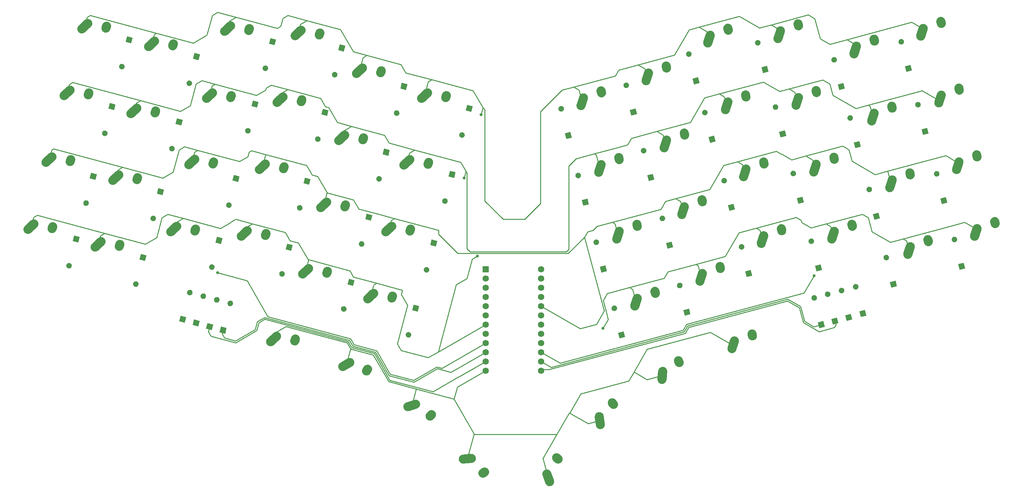
<source format=gbr>
%TF.GenerationSoftware,KiCad,Pcbnew,(5.1.9)-1*%
%TF.CreationDate,2021-03-20T23:04:42-06:00*%
%TF.ProjectId,Pteron56v0,50746572-6f6e-4353-9676-302e6b696361,rev?*%
%TF.SameCoordinates,Original*%
%TF.FileFunction,Copper,L2,Bot*%
%TF.FilePolarity,Positive*%
%FSLAX46Y46*%
G04 Gerber Fmt 4.6, Leading zero omitted, Abs format (unit mm)*
G04 Created by KiCad (PCBNEW (5.1.9)-1) date 2021-03-20 23:04:42*
%MOMM*%
%LPD*%
G01*
G04 APERTURE LIST*
%TA.AperFunction,ComponentPad*%
%ADD10R,1.752600X1.752600*%
%TD*%
%TA.AperFunction,ComponentPad*%
%ADD11C,1.752600*%
%TD*%
%TA.AperFunction,ComponentPad*%
%ADD12C,0.100000*%
%TD*%
%TA.AperFunction,ViaPad*%
%ADD13C,0.800000*%
%TD*%
%TA.AperFunction,Conductor*%
%ADD14C,0.250000*%
%TD*%
G04 APERTURE END LIST*
%TO.P,SW26,2*%
%TO.N,Net-(D26-Pad2)*%
%TA.AperFunction,ComponentPad*%
G36*
G01*
X185744850Y-84969660D02*
X185633188Y-84400510D01*
G75*
G02*
X186619152Y-82933242I1226616J240652D01*
G01*
X186619152Y-82933242D01*
G75*
G02*
X188086420Y-83919206I240652J-1226616D01*
G01*
X188198082Y-84488356D01*
G75*
G02*
X187212118Y-85955624I-1226616J-240652D01*
G01*
X187212118Y-85955624D01*
G75*
G02*
X185744850Y-84969660I-240652J1226616D01*
G01*
G37*
%TD.AperFunction*%
%TO.P,SW26,1*%
%TO.N,/Row1*%
%TA.AperFunction,ComponentPad*%
G36*
G01*
X180135673Y-87862889D02*
X180812261Y-85717025D01*
G75*
G02*
X182380289Y-84900761I1192146J-375882D01*
G01*
X182380289Y-84900761D01*
G75*
G02*
X183196553Y-86468789I-375882J-1192146D01*
G01*
X182519965Y-88614653D01*
G75*
G02*
X180951937Y-89430917I-1192146J375882D01*
G01*
X180951937Y-89430917D01*
G75*
G02*
X180135673Y-87862889I375882J1192146D01*
G01*
G37*
%TD.AperFunction*%
%TD*%
%TO.P,SW3,2*%
%TO.N,Net-(D3-Pad2)*%
%TA.AperFunction,ComponentPad*%
G36*
G01*
X284182355Y-84219660D02*
X284070693Y-83650510D01*
G75*
G02*
X285056657Y-82183242I1226616J240652D01*
G01*
X285056657Y-82183242D01*
G75*
G02*
X286523925Y-83169206I240652J-1226616D01*
G01*
X286635587Y-83738356D01*
G75*
G02*
X285649623Y-85205624I-1226616J-240652D01*
G01*
X285649623Y-85205624D01*
G75*
G02*
X284182355Y-84219660I-240652J1226616D01*
G01*
G37*
%TD.AperFunction*%
%TO.P,SW3,1*%
%TO.N,/Row2*%
%TA.AperFunction,ComponentPad*%
G36*
G01*
X278573178Y-87112889D02*
X279249766Y-84967025D01*
G75*
G02*
X280817794Y-84150761I1192146J-375882D01*
G01*
X280817794Y-84150761D01*
G75*
G02*
X281634058Y-85718789I-375882J-1192146D01*
G01*
X280957470Y-87864653D01*
G75*
G02*
X279389442Y-88680917I-1192146J375882D01*
G01*
X279389442Y-88680917D01*
G75*
G02*
X278573178Y-87112889I375882J1192146D01*
G01*
G37*
%TD.AperFunction*%
%TD*%
D10*
%TO.P,U1,1*%
%TO.N,/Row0*%
X150244110Y-114904169D03*
D11*
%TO.P,U1,2*%
%TO.N,/Row1*%
X150244110Y-117444169D03*
%TO.P,U1,3*%
%TO.N,Net-(U1-Pad3)*%
X150244110Y-119984169D03*
%TO.P,U1,4*%
%TO.N,Net-(U1-Pad4)*%
X150244110Y-122524169D03*
%TO.P,U1,5*%
%TO.N,/Col6*%
X150244110Y-125064169D03*
%TO.P,U1,6*%
%TO.N,/Col7*%
X150244110Y-127604169D03*
%TO.P,U1,7*%
%TO.N,/Row3*%
X150244110Y-130144169D03*
%TO.P,U1,8*%
%TO.N,/Col8*%
X150244110Y-132684169D03*
%TO.P,U1,9*%
%TO.N,/Col9*%
X150244110Y-135224169D03*
%TO.P,U1,10*%
%TO.N,/Col11*%
X150244110Y-137764169D03*
%TO.P,U1,11*%
%TO.N,/Col10*%
X150244110Y-140304169D03*
%TO.P,U1,12*%
%TO.N,/Row4*%
X150244110Y-142844169D03*
%TO.P,U1,13*%
%TO.N,/Col1*%
X165484110Y-142844169D03*
%TO.P,U1,14*%
%TO.N,/Col0*%
X165484110Y-140304169D03*
%TO.P,U1,15*%
%TO.N,/Col2*%
X165484110Y-137764169D03*
%TO.P,U1,16*%
%TO.N,/Col3*%
X165484110Y-135224169D03*
%TO.P,U1,17*%
%TO.N,/Col4*%
X165484110Y-132684169D03*
%TO.P,U1,18*%
%TO.N,/Col5*%
X165484110Y-130144169D03*
%TO.P,U1,19*%
%TO.N,Net-(U1-Pad19)*%
X165484110Y-127604169D03*
%TO.P,U1,20*%
%TO.N,/Row2*%
X165484110Y-125064169D03*
%TO.P,U1,21*%
%TO.N,Net-(U1-Pad21)*%
X165484110Y-122524169D03*
%TO.P,U1,22*%
%TO.N,Net-(U1-Pad22)*%
X165484110Y-119984169D03*
%TO.P,U1,23*%
%TO.N,Net-(U1-Pad23)*%
X165484110Y-117444169D03*
%TO.P,U1,24*%
%TO.N,Net-(U1-Pad24)*%
X165484110Y-114904169D03*
%TD*%
%TO.P,SW11,1*%
%TO.N,/Row0*%
%TA.AperFunction,ComponentPad*%
G36*
G01*
X229448172Y-51019142D02*
X230124760Y-48873278D01*
G75*
G02*
X231692788Y-48057014I1192146J-375882D01*
G01*
X231692788Y-48057014D01*
G75*
G02*
X232509052Y-49625042I-375882J-1192146D01*
G01*
X231832464Y-51770906D01*
G75*
G02*
X230264436Y-52587170I-1192146J375882D01*
G01*
X230264436Y-52587170D01*
G75*
G02*
X229448172Y-51019142I375882J1192146D01*
G01*
G37*
%TD.AperFunction*%
%TO.P,SW11,2*%
%TO.N,Net-(D11-Pad2)*%
%TA.AperFunction,ComponentPad*%
G36*
G01*
X235057349Y-48125913D02*
X234945687Y-47556763D01*
G75*
G02*
X235931651Y-46089495I1226616J240652D01*
G01*
X235931651Y-46089495D01*
G75*
G02*
X237398919Y-47075459I240652J-1226616D01*
G01*
X237510581Y-47644609D01*
G75*
G02*
X236524617Y-49111877I-1226616J-240652D01*
G01*
X236524617Y-49111877D01*
G75*
G02*
X235057349Y-48125913I-240652J1226616D01*
G01*
G37*
%TD.AperFunction*%
%TD*%
%TO.P,SW1,1*%
%TO.N,/Row0*%
%TA.AperFunction,ComponentPad*%
G36*
G01*
X268729419Y-50362888D02*
X269406007Y-48217024D01*
G75*
G02*
X270974035Y-47400760I1192146J-375882D01*
G01*
X270974035Y-47400760D01*
G75*
G02*
X271790299Y-48968788I-375882J-1192146D01*
G01*
X271113711Y-51114652D01*
G75*
G02*
X269545683Y-51930916I-1192146J375882D01*
G01*
X269545683Y-51930916D01*
G75*
G02*
X268729419Y-50362888I375882J1192146D01*
G01*
G37*
%TD.AperFunction*%
%TO.P,SW1,2*%
%TO.N,Net-(D1-Pad2)*%
%TA.AperFunction,ComponentPad*%
G36*
G01*
X274338596Y-47469659D02*
X274226934Y-46900509D01*
G75*
G02*
X275212898Y-45433241I1226616J240652D01*
G01*
X275212898Y-45433241D01*
G75*
G02*
X276680166Y-46419205I240652J-1226616D01*
G01*
X276791828Y-46988355D01*
G75*
G02*
X275805864Y-48455623I-1226616J-240652D01*
G01*
X275805864Y-48455623D01*
G75*
G02*
X274338596Y-47469659I-240652J1226616D01*
G01*
G37*
%TD.AperFunction*%
%TD*%
%TO.P,SW17,2*%
%TO.N,Net-(D17-Pad2)*%
%TA.AperFunction,ComponentPad*%
G36*
G01*
X220619849Y-67719662D02*
X220508187Y-67150512D01*
G75*
G02*
X221494151Y-65683244I1226616J240652D01*
G01*
X221494151Y-65683244D01*
G75*
G02*
X222961419Y-66669208I240652J-1226616D01*
G01*
X223073081Y-67238358D01*
G75*
G02*
X222087117Y-68705626I-1226616J-240652D01*
G01*
X222087117Y-68705626D01*
G75*
G02*
X220619849Y-67719662I-240652J1226616D01*
G01*
G37*
%TD.AperFunction*%
%TO.P,SW17,1*%
%TO.N,/Row1*%
%TA.AperFunction,ComponentPad*%
G36*
G01*
X215010672Y-70612891D02*
X215687260Y-68467027D01*
G75*
G02*
X217255288Y-67650763I1192146J-375882D01*
G01*
X217255288Y-67650763D01*
G75*
G02*
X218071552Y-69218791I-375882J-1192146D01*
G01*
X217394964Y-71364655D01*
G75*
G02*
X215826936Y-72180919I-1192146J375882D01*
G01*
X215826936Y-72180919D01*
G75*
G02*
X215010672Y-70612891I375882J1192146D01*
G01*
G37*
%TD.AperFunction*%
%TD*%
%TO.P,SW15,1*%
%TO.N,/Row4*%
%TA.AperFunction,ComponentPad*%
G36*
G01*
X180528945Y-157897766D02*
X180235261Y-155667016D01*
G75*
G02*
X181311409Y-154264552I1239306J163158D01*
G01*
X181311409Y-154264552D01*
G75*
G02*
X182713873Y-155340700I163158J-1239306D01*
G01*
X183007557Y-157571450D01*
G75*
G02*
X181931409Y-158973914I-1239306J-163158D01*
G01*
X181931409Y-158973914D01*
G75*
G02*
X180528945Y-157897766I-163158J1239306D01*
G01*
G37*
%TD.AperFunction*%
%TO.P,SW15,2*%
%TO.N,Net-(D15-Pad2)*%
%TA.AperFunction,ComponentPad*%
G36*
G01*
X184389855Y-152905070D02*
X184048121Y-152436436D01*
G75*
G02*
X184321613Y-150689954I1009987J736495D01*
G01*
X184321613Y-150689954D01*
G75*
G02*
X186068095Y-150963446I736495J-1009987D01*
G01*
X186409829Y-151432080D01*
G75*
G02*
X186136337Y-153178562I-1009987J-736495D01*
G01*
X186136337Y-153178562D01*
G75*
G02*
X184389855Y-152905070I-736495J1009987D01*
G01*
G37*
%TD.AperFunction*%
%TD*%
%TO.P,D1,2*%
%TO.N,Net-(D1-Pad2)*%
%TA.AperFunction,ComponentPad*%
G36*
G01*
X264768598Y-53042081D02*
X264768598Y-53042081D01*
G75*
G02*
X263788802Y-52476395I-207055J772741D01*
G01*
X263788802Y-52476395D01*
G75*
G02*
X264354488Y-51496599I772741J207055D01*
G01*
X264354488Y-51496599D01*
G75*
G02*
X265334284Y-52062285I207055J-772741D01*
G01*
X265334284Y-52062285D01*
G75*
G02*
X264768598Y-53042081I-772741J-207055D01*
G01*
G37*
%TD.AperFunction*%
%TA.AperFunction,ComponentPad*%
D12*
%TO.P,D1,1*%
%TO.N,/Col0*%
G36*
X267513540Y-60195380D02*
G01*
X265968059Y-60609491D01*
X265553948Y-59064010D01*
X267099429Y-58649899D01*
X267513540Y-60195380D01*
G37*
%TD.AperFunction*%
%TD*%
%TA.AperFunction,ComponentPad*%
%TO.P,D2,1*%
%TO.N,/Col0*%
G36*
X272107293Y-77539128D02*
G01*
X270561812Y-77953239D01*
X270147701Y-76407758D01*
X271693182Y-75993647D01*
X272107293Y-77539128D01*
G37*
%TD.AperFunction*%
%TO.P,D2,2*%
%TO.N,Net-(D2-Pad2)*%
%TA.AperFunction,ComponentPad*%
G36*
G01*
X269362351Y-70385829D02*
X269362351Y-70385829D01*
G75*
G02*
X268382555Y-69820143I-207055J772741D01*
G01*
X268382555Y-69820143D01*
G75*
G02*
X268948241Y-68840347I772741J207055D01*
G01*
X268948241Y-68840347D01*
G75*
G02*
X269928037Y-69406033I207055J-772741D01*
G01*
X269928037Y-69406033D01*
G75*
G02*
X269362351Y-70385829I-772741J-207055D01*
G01*
G37*
%TD.AperFunction*%
%TD*%
%TA.AperFunction,ComponentPad*%
%TO.P,D3,1*%
%TO.N,/Col0*%
G36*
X277263536Y-96570378D02*
G01*
X275718055Y-96984489D01*
X275303944Y-95439008D01*
X276849425Y-95024897D01*
X277263536Y-96570378D01*
G37*
%TD.AperFunction*%
%TO.P,D3,2*%
%TO.N,Net-(D3-Pad2)*%
%TA.AperFunction,ComponentPad*%
G36*
G01*
X274518594Y-89417079D02*
X274518594Y-89417079D01*
G75*
G02*
X273538798Y-88851393I-207055J772741D01*
G01*
X273538798Y-88851393D01*
G75*
G02*
X274104484Y-87871597I772741J207055D01*
G01*
X274104484Y-87871597D01*
G75*
G02*
X275084280Y-88437283I207055J-772741D01*
G01*
X275084280Y-88437283D01*
G75*
G02*
X274518594Y-89417079I-772741J-207055D01*
G01*
G37*
%TD.AperFunction*%
%TD*%
%TO.P,D4,2*%
%TO.N,Net-(D4-Pad2)*%
%TA.AperFunction,ComponentPad*%
G36*
G01*
X279393596Y-107510830D02*
X279393596Y-107510830D01*
G75*
G02*
X278413800Y-106945144I-207055J772741D01*
G01*
X278413800Y-106945144D01*
G75*
G02*
X278979486Y-105965348I772741J207055D01*
G01*
X278979486Y-105965348D01*
G75*
G02*
X279959282Y-106531034I207055J-772741D01*
G01*
X279959282Y-106531034D01*
G75*
G02*
X279393596Y-107510830I-772741J-207055D01*
G01*
G37*
%TD.AperFunction*%
%TA.AperFunction,ComponentPad*%
%TO.P,D4,1*%
%TO.N,/Col0*%
G36*
X282138538Y-114664129D02*
G01*
X280593057Y-115078240D01*
X280178946Y-113532759D01*
X281724427Y-113118648D01*
X282138538Y-114664129D01*
G37*
%TD.AperFunction*%
%TD*%
%TO.P,D5,2*%
%TO.N,Net-(D5-Pad2)*%
%TA.AperFunction,ComponentPad*%
G36*
G01*
X240817987Y-123588581D02*
X240817987Y-123588581D01*
G75*
G02*
X239838191Y-123022895I-207055J772741D01*
G01*
X239838191Y-123022895D01*
G75*
G02*
X240403877Y-122043099I772741J207055D01*
G01*
X240403877Y-122043099D01*
G75*
G02*
X241383673Y-122608785I207055J-772741D01*
G01*
X241383673Y-122608785D01*
G75*
G02*
X240817987Y-123588581I-772741J-207055D01*
G01*
G37*
%TD.AperFunction*%
%TA.AperFunction,ComponentPad*%
%TO.P,D5,1*%
%TO.N,/Col0*%
G36*
X243562929Y-130741880D02*
G01*
X242017448Y-131155991D01*
X241603337Y-129610510D01*
X243148818Y-129196399D01*
X243562929Y-130741880D01*
G37*
%TD.AperFunction*%
%TD*%
%TA.AperFunction,ComponentPad*%
%TO.P,D6,1*%
%TO.N,/Col1*%
G36*
X249044792Y-65164124D02*
G01*
X247499311Y-65578235D01*
X247085200Y-64032754D01*
X248630681Y-63618643D01*
X249044792Y-65164124D01*
G37*
%TD.AperFunction*%
%TO.P,D6,2*%
%TO.N,Net-(D6-Pad2)*%
%TA.AperFunction,ComponentPad*%
G36*
G01*
X246299850Y-58010825D02*
X246299850Y-58010825D01*
G75*
G02*
X245320054Y-57445139I-207055J772741D01*
G01*
X245320054Y-57445139D01*
G75*
G02*
X245885740Y-56465343I772741J207055D01*
G01*
X245885740Y-56465343D01*
G75*
G02*
X246865536Y-57031029I207055J-772741D01*
G01*
X246865536Y-57031029D01*
G75*
G02*
X246299850Y-58010825I-772741J-207055D01*
G01*
G37*
%TD.AperFunction*%
%TD*%
%TO.P,D7,2*%
%TO.N,Net-(D7-Pad2)*%
%TA.AperFunction,ComponentPad*%
G36*
G01*
X250706101Y-74042078D02*
X250706101Y-74042078D01*
G75*
G02*
X249726305Y-73476392I-207055J772741D01*
G01*
X249726305Y-73476392D01*
G75*
G02*
X250291991Y-72496596I772741J207055D01*
G01*
X250291991Y-72496596D01*
G75*
G02*
X251271787Y-73062282I207055J-772741D01*
G01*
X251271787Y-73062282D01*
G75*
G02*
X250706101Y-74042078I-772741J-207055D01*
G01*
G37*
%TD.AperFunction*%
%TA.AperFunction,ComponentPad*%
%TO.P,D7,1*%
%TO.N,/Col1*%
G36*
X253451043Y-81195377D02*
G01*
X251905562Y-81609488D01*
X251491451Y-80064007D01*
X253036932Y-79649896D01*
X253451043Y-81195377D01*
G37*
%TD.AperFunction*%
%TD*%
%TO.P,D8,2*%
%TO.N,Net-(D8-Pad2)*%
%TA.AperFunction,ComponentPad*%
G36*
G01*
X255956099Y-93729583D02*
X255956099Y-93729583D01*
G75*
G02*
X254976303Y-93163897I-207055J772741D01*
G01*
X254976303Y-93163897D01*
G75*
G02*
X255541989Y-92184101I772741J207055D01*
G01*
X255541989Y-92184101D01*
G75*
G02*
X256521785Y-92749787I207055J-772741D01*
G01*
X256521785Y-92749787D01*
G75*
G02*
X255956099Y-93729583I-772741J-207055D01*
G01*
G37*
%TD.AperFunction*%
%TA.AperFunction,ComponentPad*%
%TO.P,D8,1*%
%TO.N,/Col1*%
G36*
X258701041Y-100882882D02*
G01*
X257155560Y-101296993D01*
X256741449Y-99751512D01*
X258286930Y-99337401D01*
X258701041Y-100882882D01*
G37*
%TD.AperFunction*%
%TD*%
%TA.AperFunction,ComponentPad*%
%TO.P,D9,1*%
%TO.N,/Col1*%
G36*
X263388542Y-119632878D02*
G01*
X261843061Y-120046989D01*
X261428950Y-118501508D01*
X262974431Y-118087397D01*
X263388542Y-119632878D01*
G37*
%TD.AperFunction*%
%TO.P,D9,2*%
%TO.N,Net-(D9-Pad2)*%
%TA.AperFunction,ComponentPad*%
G36*
G01*
X260643600Y-112479579D02*
X260643600Y-112479579D01*
G75*
G02*
X259663804Y-111913893I-207055J772741D01*
G01*
X259663804Y-111913893D01*
G75*
G02*
X260229490Y-110934097I772741J207055D01*
G01*
X260229490Y-110934097D01*
G75*
G02*
X261209286Y-111499783I207055J-772741D01*
G01*
X261209286Y-111499783D01*
G75*
G02*
X260643600Y-112479579I-772741J-207055D01*
G01*
G37*
%TD.AperFunction*%
%TD*%
%TA.AperFunction,ComponentPad*%
%TO.P,D10,1*%
%TO.N,/Col1*%
G36*
X247275700Y-129747040D02*
G01*
X245730219Y-130161151D01*
X245316108Y-128615670D01*
X246861589Y-128201559D01*
X247275700Y-129747040D01*
G37*
%TD.AperFunction*%
%TO.P,D10,2*%
%TO.N,Net-(D10-Pad2)*%
%TA.AperFunction,ComponentPad*%
G36*
G01*
X244530758Y-122593741D02*
X244530758Y-122593741D01*
G75*
G02*
X243550962Y-122028055I-207055J772741D01*
G01*
X243550962Y-122028055D01*
G75*
G02*
X244116648Y-121048259I772741J207055D01*
G01*
X244116648Y-121048259D01*
G75*
G02*
X245096444Y-121613945I207055J-772741D01*
G01*
X245096444Y-121613945D01*
G75*
G02*
X244530758Y-122593741I-772741J-207055D01*
G01*
G37*
%TD.AperFunction*%
%TD*%
%TO.P,D11,2*%
%TO.N,Net-(D11-Pad2)*%
%TA.AperFunction,ComponentPad*%
G36*
G01*
X225299847Y-53323329D02*
X225299847Y-53323329D01*
G75*
G02*
X224320051Y-52757643I-207055J772741D01*
G01*
X224320051Y-52757643D01*
G75*
G02*
X224885737Y-51777847I772741J207055D01*
G01*
X224885737Y-51777847D01*
G75*
G02*
X225865533Y-52343533I207055J-772741D01*
G01*
X225865533Y-52343533D01*
G75*
G02*
X225299847Y-53323329I-772741J-207055D01*
G01*
G37*
%TD.AperFunction*%
%TA.AperFunction,ComponentPad*%
%TO.P,D11,1*%
%TO.N,/Col2*%
G36*
X228044789Y-60476628D02*
G01*
X226499308Y-60890739D01*
X226085197Y-59345258D01*
X227630678Y-58931147D01*
X228044789Y-60476628D01*
G37*
%TD.AperFunction*%
%TD*%
%TA.AperFunction,ComponentPad*%
%TO.P,D12,1*%
%TO.N,/Col2*%
G36*
X232919797Y-78195377D02*
G01*
X231374316Y-78609488D01*
X230960205Y-77064007D01*
X232505686Y-76649896D01*
X232919797Y-78195377D01*
G37*
%TD.AperFunction*%
%TO.P,D12,2*%
%TO.N,Net-(D12-Pad2)*%
%TA.AperFunction,ComponentPad*%
G36*
G01*
X230174855Y-71042078D02*
X230174855Y-71042078D01*
G75*
G02*
X229195059Y-70476392I-207055J772741D01*
G01*
X229195059Y-70476392D01*
G75*
G02*
X229760745Y-69496596I772741J207055D01*
G01*
X229760745Y-69496596D01*
G75*
G02*
X230740541Y-70062282I207055J-772741D01*
G01*
X230740541Y-70062282D01*
G75*
G02*
X230174855Y-71042078I-772741J-207055D01*
G01*
G37*
%TD.AperFunction*%
%TD*%
%TO.P,D13,2*%
%TO.N,Net-(D13-Pad2)*%
%TA.AperFunction,ComponentPad*%
G36*
G01*
X235049851Y-89323333D02*
X235049851Y-89323333D01*
G75*
G02*
X234070055Y-88757647I-207055J772741D01*
G01*
X234070055Y-88757647D01*
G75*
G02*
X234635741Y-87777851I772741J207055D01*
G01*
X234635741Y-87777851D01*
G75*
G02*
X235615537Y-88343537I207055J-772741D01*
G01*
X235615537Y-88343537D01*
G75*
G02*
X235049851Y-89323333I-772741J-207055D01*
G01*
G37*
%TD.AperFunction*%
%TA.AperFunction,ComponentPad*%
%TO.P,D13,1*%
%TO.N,/Col2*%
G36*
X237794793Y-96476632D02*
G01*
X236249312Y-96890743D01*
X235835201Y-95345262D01*
X237380682Y-94931151D01*
X237794793Y-96476632D01*
G37*
%TD.AperFunction*%
%TD*%
%TA.AperFunction,ComponentPad*%
%TO.P,D14,1*%
%TO.N,/Col2*%
G36*
X242763539Y-115132883D02*
G01*
X241218058Y-115546994D01*
X240803947Y-114001513D01*
X242349428Y-113587402D01*
X242763539Y-115132883D01*
G37*
%TD.AperFunction*%
%TO.P,D14,2*%
%TO.N,Net-(D14-Pad2)*%
%TA.AperFunction,ComponentPad*%
G36*
G01*
X240018597Y-107979584D02*
X240018597Y-107979584D01*
G75*
G02*
X239038801Y-107413898I-207055J772741D01*
G01*
X239038801Y-107413898D01*
G75*
G02*
X239604487Y-106434102I772741J207055D01*
G01*
X239604487Y-106434102D01*
G75*
G02*
X240584283Y-106999788I207055J-772741D01*
G01*
X240584283Y-106999788D01*
G75*
G02*
X240018597Y-107979584I-772741J-207055D01*
G01*
G37*
%TD.AperFunction*%
%TD*%
%TO.P,D15,2*%
%TO.N,Net-(D15-Pad2)*%
%TA.AperFunction,ComponentPad*%
G36*
G01*
X248334092Y-121574643D02*
X248334092Y-121574643D01*
G75*
G02*
X247354296Y-121008957I-207055J772741D01*
G01*
X247354296Y-121008957D01*
G75*
G02*
X247919982Y-120029161I772741J207055D01*
G01*
X247919982Y-120029161D01*
G75*
G02*
X248899778Y-120594847I207055J-772741D01*
G01*
X248899778Y-120594847D01*
G75*
G02*
X248334092Y-121574643I-772741J-207055D01*
G01*
G37*
%TD.AperFunction*%
%TA.AperFunction,ComponentPad*%
%TO.P,D15,1*%
%TO.N,/Col2*%
G36*
X251079034Y-128727942D02*
G01*
X249533553Y-129142053D01*
X249119442Y-127596572D01*
X250664923Y-127182461D01*
X251079034Y-128727942D01*
G37*
%TD.AperFunction*%
%TD*%
%TA.AperFunction,ComponentPad*%
%TO.P,D16,1*%
%TO.N,/Col3*%
G36*
X209072489Y-63599588D02*
G01*
X207527008Y-64013699D01*
X207112897Y-62468218D01*
X208658378Y-62054107D01*
X209072489Y-63599588D01*
G37*
%TD.AperFunction*%
%TO.P,D16,2*%
%TO.N,Net-(D16-Pad2)*%
%TA.AperFunction,ComponentPad*%
G36*
G01*
X206327547Y-56446289D02*
X206327547Y-56446289D01*
G75*
G02*
X205347751Y-55880603I-207055J772741D01*
G01*
X205347751Y-55880603D01*
G75*
G02*
X205913437Y-54900807I772741J207055D01*
G01*
X205913437Y-54900807D01*
G75*
G02*
X206893233Y-55466493I207055J-772741D01*
G01*
X206893233Y-55466493D01*
G75*
G02*
X206327547Y-56446289I-772741J-207055D01*
G01*
G37*
%TD.AperFunction*%
%TD*%
%TO.P,D17,2*%
%TO.N,Net-(D17-Pad2)*%
%TA.AperFunction,ComponentPad*%
G36*
G01*
X210737148Y-72540917D02*
X210737148Y-72540917D01*
G75*
G02*
X209757352Y-71975231I-207055J772741D01*
G01*
X209757352Y-71975231D01*
G75*
G02*
X210323038Y-70995435I772741J207055D01*
G01*
X210323038Y-70995435D01*
G75*
G02*
X211302834Y-71561121I207055J-772741D01*
G01*
X211302834Y-71561121D01*
G75*
G02*
X210737148Y-72540917I-772741J-207055D01*
G01*
G37*
%TD.AperFunction*%
%TA.AperFunction,ComponentPad*%
%TO.P,D17,1*%
%TO.N,/Col3*%
G36*
X213482090Y-79694216D02*
G01*
X211936609Y-80108327D01*
X211522498Y-78562846D01*
X213067979Y-78148735D01*
X213482090Y-79694216D01*
G37*
%TD.AperFunction*%
%TD*%
%TA.AperFunction,ComponentPad*%
%TO.P,D18,1*%
%TO.N,/Col3*%
G36*
X218800726Y-98456975D02*
G01*
X217255245Y-98871086D01*
X216841134Y-97325605D01*
X218386615Y-96911494D01*
X218800726Y-98456975D01*
G37*
%TD.AperFunction*%
%TO.P,D18,2*%
%TO.N,Net-(D18-Pad2)*%
%TA.AperFunction,ComponentPad*%
G36*
G01*
X216055784Y-91303676D02*
X216055784Y-91303676D01*
G75*
G02*
X215075988Y-90737990I-207055J772741D01*
G01*
X215075988Y-90737990D01*
G75*
G02*
X215641674Y-89758194I772741J207055D01*
G01*
X215641674Y-89758194D01*
G75*
G02*
X216621470Y-90323880I207055J-772741D01*
G01*
X216621470Y-90323880D01*
G75*
G02*
X216055784Y-91303676I-772741J-207055D01*
G01*
G37*
%TD.AperFunction*%
%TD*%
%TA.AperFunction,ComponentPad*%
%TO.P,D19,1*%
%TO.N,/Col3*%
G36*
X223587291Y-116682902D02*
G01*
X222041810Y-117097013D01*
X221627699Y-115551532D01*
X223173180Y-115137421D01*
X223587291Y-116682902D01*
G37*
%TD.AperFunction*%
%TO.P,D19,2*%
%TO.N,Net-(D19-Pad2)*%
%TA.AperFunction,ComponentPad*%
G36*
G01*
X220842349Y-109529603D02*
X220842349Y-109529603D01*
G75*
G02*
X219862553Y-108963917I-207055J772741D01*
G01*
X219862553Y-108963917D01*
G75*
G02*
X220428239Y-107984121I772741J207055D01*
G01*
X220428239Y-107984121D01*
G75*
G02*
X221408035Y-108549807I207055J-772741D01*
G01*
X221408035Y-108549807D01*
G75*
G02*
X220842349Y-109529603I-772741J-207055D01*
G01*
G37*
%TD.AperFunction*%
%TD*%
%TA.AperFunction,ComponentPad*%
%TO.P,D20,1*%
%TO.N,/Col3*%
G36*
X254972926Y-127684579D02*
G01*
X253427445Y-128098690D01*
X253013334Y-126553209D01*
X254558815Y-126139098D01*
X254972926Y-127684579D01*
G37*
%TD.AperFunction*%
%TO.P,D20,2*%
%TO.N,Net-(D20-Pad2)*%
%TA.AperFunction,ComponentPad*%
G36*
G01*
X252227984Y-120531280D02*
X252227984Y-120531280D01*
G75*
G02*
X251248188Y-119965594I-207055J772741D01*
G01*
X251248188Y-119965594D01*
G75*
G02*
X251813874Y-118985798I772741J207055D01*
G01*
X251813874Y-118985798D01*
G75*
G02*
X252793670Y-119551484I207055J-772741D01*
G01*
X252793670Y-119551484D01*
G75*
G02*
X252227984Y-120531280I-772741J-207055D01*
G01*
G37*
%TD.AperFunction*%
%TD*%
%TO.P,D21,2*%
%TO.N,Net-(D21-Pad2)*%
%TA.AperFunction,ComponentPad*%
G36*
G01*
X189112349Y-65042077D02*
X189112349Y-65042077D01*
G75*
G02*
X188132553Y-64476391I-207055J772741D01*
G01*
X188132553Y-64476391D01*
G75*
G02*
X188698239Y-63496595I772741J207055D01*
G01*
X188698239Y-63496595D01*
G75*
G02*
X189678035Y-64062281I207055J-772741D01*
G01*
X189678035Y-64062281D01*
G75*
G02*
X189112349Y-65042077I-772741J-207055D01*
G01*
G37*
%TD.AperFunction*%
%TA.AperFunction,ComponentPad*%
%TO.P,D21,1*%
%TO.N,/Col4*%
G36*
X191857291Y-72195376D02*
G01*
X190311810Y-72609487D01*
X189897699Y-71064006D01*
X191443180Y-70649895D01*
X191857291Y-72195376D01*
G37*
%TD.AperFunction*%
%TD*%
%TA.AperFunction,ComponentPad*%
%TO.P,D22,1*%
%TO.N,/Col4*%
G36*
X196638547Y-90195380D02*
G01*
X195093066Y-90609491D01*
X194678955Y-89064010D01*
X196224436Y-88649899D01*
X196638547Y-90195380D01*
G37*
%TD.AperFunction*%
%TO.P,D22,2*%
%TO.N,Net-(D22-Pad2)*%
%TA.AperFunction,ComponentPad*%
G36*
G01*
X193893605Y-83042081D02*
X193893605Y-83042081D01*
G75*
G02*
X192913809Y-82476395I-207055J772741D01*
G01*
X192913809Y-82476395D01*
G75*
G02*
X193479495Y-81496599I772741J207055D01*
G01*
X193479495Y-81496599D01*
G75*
G02*
X194459291Y-82062285I207055J-772741D01*
G01*
X194459291Y-82062285D01*
G75*
G02*
X193893605Y-83042081I-772741J-207055D01*
G01*
G37*
%TD.AperFunction*%
%TD*%
%TA.AperFunction,ComponentPad*%
%TO.P,D23,1*%
%TO.N,/Col4*%
G36*
X201794790Y-108851626D02*
G01*
X200249309Y-109265737D01*
X199835198Y-107720256D01*
X201380679Y-107306145D01*
X201794790Y-108851626D01*
G37*
%TD.AperFunction*%
%TO.P,D23,2*%
%TO.N,Net-(D23-Pad2)*%
%TA.AperFunction,ComponentPad*%
G36*
G01*
X199049848Y-101698327D02*
X199049848Y-101698327D01*
G75*
G02*
X198070052Y-101132641I-207055J772741D01*
G01*
X198070052Y-101132641D01*
G75*
G02*
X198635738Y-100152845I772741J207055D01*
G01*
X198635738Y-100152845D01*
G75*
G02*
X199615534Y-100718531I207055J-772741D01*
G01*
X199615534Y-100718531D01*
G75*
G02*
X199049848Y-101698327I-772741J-207055D01*
G01*
G37*
%TD.AperFunction*%
%TD*%
%TO.P,D24,2*%
%TO.N,Net-(D24-Pad2)*%
%TA.AperFunction,ComponentPad*%
G36*
G01*
X203831092Y-120167080D02*
X203831092Y-120167080D01*
G75*
G02*
X202851296Y-119601394I-207055J772741D01*
G01*
X202851296Y-119601394D01*
G75*
G02*
X203416982Y-118621598I772741J207055D01*
G01*
X203416982Y-118621598D01*
G75*
G02*
X204396778Y-119187284I207055J-772741D01*
G01*
X204396778Y-119187284D01*
G75*
G02*
X203831092Y-120167080I-772741J-207055D01*
G01*
G37*
%TD.AperFunction*%
%TA.AperFunction,ComponentPad*%
%TO.P,D24,1*%
%TO.N,/Col4*%
G36*
X206576034Y-127320379D02*
G01*
X205030553Y-127734490D01*
X204616442Y-126189009D01*
X206161923Y-125774898D01*
X206576034Y-127320379D01*
G37*
%TD.AperFunction*%
%TD*%
%TA.AperFunction,ComponentPad*%
%TO.P,D25,1*%
%TO.N,/Col5*%
G36*
X173951046Y-78664128D02*
G01*
X172405565Y-79078239D01*
X171991454Y-77532758D01*
X173536935Y-77118647D01*
X173951046Y-78664128D01*
G37*
%TD.AperFunction*%
%TO.P,D25,2*%
%TO.N,Net-(D25-Pad2)*%
%TA.AperFunction,ComponentPad*%
G36*
G01*
X171206104Y-71510829D02*
X171206104Y-71510829D01*
G75*
G02*
X170226308Y-70945143I-207055J772741D01*
G01*
X170226308Y-70945143D01*
G75*
G02*
X170791994Y-69965347I772741J207055D01*
G01*
X170791994Y-69965347D01*
G75*
G02*
X171771790Y-70531033I207055J-772741D01*
G01*
X171771790Y-70531033D01*
G75*
G02*
X171206104Y-71510829I-772741J-207055D01*
G01*
G37*
%TD.AperFunction*%
%TD*%
%TO.P,D26,2*%
%TO.N,Net-(D26-Pad2)*%
%TA.AperFunction,ComponentPad*%
G36*
G01*
X175893596Y-89885828D02*
X175893596Y-89885828D01*
G75*
G02*
X174913800Y-89320142I-207055J772741D01*
G01*
X174913800Y-89320142D01*
G75*
G02*
X175479486Y-88340346I772741J207055D01*
G01*
X175479486Y-88340346D01*
G75*
G02*
X176459282Y-88906032I207055J-772741D01*
G01*
X176459282Y-88906032D01*
G75*
G02*
X175893596Y-89885828I-772741J-207055D01*
G01*
G37*
%TD.AperFunction*%
%TA.AperFunction,ComponentPad*%
%TO.P,D26,1*%
%TO.N,/Col5*%
G36*
X178638538Y-97039127D02*
G01*
X177093057Y-97453238D01*
X176678946Y-95907757D01*
X178224427Y-95493646D01*
X178638538Y-97039127D01*
G37*
%TD.AperFunction*%
%TD*%
%TA.AperFunction,ComponentPad*%
%TO.P,D27,1*%
%TO.N,/Col5*%
G36*
X183607296Y-115414128D02*
G01*
X182061815Y-115828239D01*
X181647704Y-114282758D01*
X183193185Y-113868647D01*
X183607296Y-115414128D01*
G37*
%TD.AperFunction*%
%TO.P,D27,2*%
%TO.N,Net-(D27-Pad2)*%
%TA.AperFunction,ComponentPad*%
G36*
G01*
X180862354Y-108260829D02*
X180862354Y-108260829D01*
G75*
G02*
X179882558Y-107695143I-207055J772741D01*
G01*
X179882558Y-107695143D01*
G75*
G02*
X180448244Y-106715347I772741J207055D01*
G01*
X180448244Y-106715347D01*
G75*
G02*
X181428040Y-107281033I207055J-772741D01*
G01*
X181428040Y-107281033D01*
G75*
G02*
X180862354Y-108260829I-772741J-207055D01*
G01*
G37*
%TD.AperFunction*%
%TD*%
%TA.AperFunction,ComponentPad*%
%TO.P,D28,1*%
%TO.N,/Col5*%
G36*
X188576041Y-133601625D02*
G01*
X187030560Y-134015736D01*
X186616449Y-132470255D01*
X188161930Y-132056144D01*
X188576041Y-133601625D01*
G37*
%TD.AperFunction*%
%TO.P,D28,2*%
%TO.N,Net-(D28-Pad2)*%
%TA.AperFunction,ComponentPad*%
G36*
G01*
X185831099Y-126448326D02*
X185831099Y-126448326D01*
G75*
G02*
X184851303Y-125882640I-207055J772741D01*
G01*
X184851303Y-125882640D01*
G75*
G02*
X185416989Y-124902844I772741J207055D01*
G01*
X185416989Y-124902844D01*
G75*
G02*
X186396785Y-125468530I207055J-772741D01*
G01*
X186396785Y-125468530D01*
G75*
G02*
X185831099Y-126448326I-772741J-207055D01*
G01*
G37*
%TD.AperFunction*%
%TD*%
%TO.P,D29,2*%
%TO.N,Net-(D29-Pad2)*%
%TA.AperFunction,ComponentPad*%
G36*
G01*
X143924850Y-77186055D02*
X143924850Y-77186055D01*
G75*
G02*
X144490536Y-78165851I-207055J-772741D01*
G01*
X144490536Y-78165851D01*
G75*
G02*
X143510740Y-78731537I-772741J207055D01*
G01*
X143510740Y-78731537D01*
G75*
G02*
X142945054Y-77751741I207055J772741D01*
G01*
X142945054Y-77751741D01*
G75*
G02*
X143924850Y-77186055I772741J-207055D01*
G01*
G37*
%TD.AperFunction*%
%TA.AperFunction,ComponentPad*%
%TO.P,D29,1*%
%TO.N,/Col6*%
G36*
X145124311Y-69618645D02*
G01*
X146669792Y-70032756D01*
X146255681Y-71578237D01*
X144710200Y-71164126D01*
X145124311Y-69618645D01*
G37*
%TD.AperFunction*%
%TD*%
%TO.P,D30,2*%
%TO.N,Net-(D30-Pad2)*%
%TA.AperFunction,ComponentPad*%
G36*
G01*
X139237349Y-95373555D02*
X139237349Y-95373555D01*
G75*
G02*
X139803035Y-96353351I-207055J-772741D01*
G01*
X139803035Y-96353351D01*
G75*
G02*
X138823239Y-96919037I-772741J207055D01*
G01*
X138823239Y-96919037D01*
G75*
G02*
X138257553Y-95939241I207055J772741D01*
G01*
X138257553Y-95939241D01*
G75*
G02*
X139237349Y-95373555I772741J-207055D01*
G01*
G37*
%TD.AperFunction*%
%TA.AperFunction,ComponentPad*%
%TO.P,D30,1*%
%TO.N,/Col6*%
G36*
X140436810Y-87806145D02*
G01*
X141982291Y-88220256D01*
X141568180Y-89765737D01*
X140022699Y-89351626D01*
X140436810Y-87806145D01*
G37*
%TD.AperFunction*%
%TD*%
%TA.AperFunction,ComponentPad*%
%TO.P,D31,1*%
%TO.N,/Col6*%
G36*
X135374312Y-106743651D02*
G01*
X136919793Y-107157762D01*
X136505682Y-108703243D01*
X134960201Y-108289132D01*
X135374312Y-106743651D01*
G37*
%TD.AperFunction*%
%TO.P,D31,2*%
%TO.N,Net-(D31-Pad2)*%
%TA.AperFunction,ComponentPad*%
G36*
G01*
X134174851Y-114311061D02*
X134174851Y-114311061D01*
G75*
G02*
X134740537Y-115290857I-207055J-772741D01*
G01*
X134740537Y-115290857D01*
G75*
G02*
X133760741Y-115856543I-772741J207055D01*
G01*
X133760741Y-115856543D01*
G75*
G02*
X133195055Y-114876747I207055J772741D01*
G01*
X133195055Y-114876747D01*
G75*
G02*
X134174851Y-114311061I772741J-207055D01*
G01*
G37*
%TD.AperFunction*%
%TD*%
%TO.P,D32,2*%
%TO.N,Net-(D32-Pad2)*%
%TA.AperFunction,ComponentPad*%
G36*
G01*
X129206101Y-132217309D02*
X129206101Y-132217309D01*
G75*
G02*
X129771787Y-133197105I-207055J-772741D01*
G01*
X129771787Y-133197105D01*
G75*
G02*
X128791991Y-133762791I-772741J207055D01*
G01*
X128791991Y-133762791D01*
G75*
G02*
X128226305Y-132782995I207055J772741D01*
G01*
X128226305Y-132782995D01*
G75*
G02*
X129206101Y-132217309I772741J-207055D01*
G01*
G37*
%TD.AperFunction*%
%TA.AperFunction,ComponentPad*%
%TO.P,D32,1*%
%TO.N,/Col6*%
G36*
X130405562Y-124649899D02*
G01*
X131951043Y-125064010D01*
X131536932Y-126609491D01*
X129991451Y-126195380D01*
X130405562Y-124649899D01*
G37*
%TD.AperFunction*%
%TD*%
%TA.AperFunction,ComponentPad*%
%TO.P,D33,1*%
%TO.N,/Col7*%
G36*
X127165980Y-63584323D02*
G01*
X128711461Y-63998434D01*
X128297350Y-65543915D01*
X126751869Y-65129804D01*
X127165980Y-63584323D01*
G37*
%TD.AperFunction*%
%TO.P,D33,2*%
%TO.N,Net-(D33-Pad2)*%
%TA.AperFunction,ComponentPad*%
G36*
G01*
X125966519Y-71151733D02*
X125966519Y-71151733D01*
G75*
G02*
X126532205Y-72131529I-207055J-772741D01*
G01*
X126532205Y-72131529D01*
G75*
G02*
X125552409Y-72697215I-772741J207055D01*
G01*
X125552409Y-72697215D01*
G75*
G02*
X124986723Y-71717419I207055J772741D01*
G01*
X124986723Y-71717419D01*
G75*
G02*
X125966519Y-71151733I772741J-207055D01*
G01*
G37*
%TD.AperFunction*%
%TD*%
%TO.P,D34,2*%
%TO.N,Net-(D34-Pad2)*%
%TA.AperFunction,ComponentPad*%
G36*
G01*
X121113668Y-89262846D02*
X121113668Y-89262846D01*
G75*
G02*
X121679354Y-90242642I-207055J-772741D01*
G01*
X121679354Y-90242642D01*
G75*
G02*
X120699558Y-90808328I-772741J207055D01*
G01*
X120699558Y-90808328D01*
G75*
G02*
X120133872Y-89828532I207055J772741D01*
G01*
X120133872Y-89828532D01*
G75*
G02*
X121113668Y-89262846I772741J-207055D01*
G01*
G37*
%TD.AperFunction*%
%TA.AperFunction,ComponentPad*%
%TO.P,D34,1*%
%TO.N,/Col7*%
G36*
X122313129Y-81695436D02*
G01*
X123858610Y-82109547D01*
X123444499Y-83655028D01*
X121899018Y-83240917D01*
X122313129Y-81695436D01*
G37*
%TD.AperFunction*%
%TD*%
%TA.AperFunction,ComponentPad*%
%TO.P,D35,1*%
%TO.N,/Col7*%
G36*
X117508793Y-99625436D02*
G01*
X119054274Y-100039547D01*
X118640163Y-101585028D01*
X117094682Y-101170917D01*
X117508793Y-99625436D01*
G37*
%TD.AperFunction*%
%TO.P,D35,2*%
%TO.N,Net-(D35-Pad2)*%
%TA.AperFunction,ComponentPad*%
G36*
G01*
X116309332Y-107192846D02*
X116309332Y-107192846D01*
G75*
G02*
X116875018Y-108172642I-207055J-772741D01*
G01*
X116875018Y-108172642D01*
G75*
G02*
X115895222Y-108738328I-772741J207055D01*
G01*
X115895222Y-108738328D01*
G75*
G02*
X115329536Y-107758532I207055J772741D01*
G01*
X115329536Y-107758532D01*
G75*
G02*
X116309332Y-107192846I772741J-207055D01*
G01*
G37*
%TD.AperFunction*%
%TD*%
%TA.AperFunction,ComponentPad*%
%TO.P,D36,1*%
%TO.N,/Col7*%
G36*
X112613911Y-117531176D02*
G01*
X114159392Y-117945287D01*
X113745281Y-119490768D01*
X112199800Y-119076657D01*
X112613911Y-117531176D01*
G37*
%TD.AperFunction*%
%TO.P,D36,2*%
%TO.N,Net-(D36-Pad2)*%
%TA.AperFunction,ComponentPad*%
G36*
G01*
X111414450Y-125098586D02*
X111414450Y-125098586D01*
G75*
G02*
X111980136Y-126078382I-207055J-772741D01*
G01*
X111980136Y-126078382D01*
G75*
G02*
X111000340Y-126644068I-772741J207055D01*
G01*
X111000340Y-126644068D01*
G75*
G02*
X110434654Y-125664272I207055J772741D01*
G01*
X110434654Y-125664272D01*
G75*
G02*
X111414450Y-125098586I772741J-207055D01*
G01*
G37*
%TD.AperFunction*%
%TD*%
%TO.P,D37,2*%
%TO.N,Net-(D37-Pad2)*%
%TA.AperFunction,ComponentPad*%
G36*
G01*
X108907021Y-60563114D02*
X108907021Y-60563114D01*
G75*
G02*
X109472707Y-61542910I-207055J-772741D01*
G01*
X109472707Y-61542910D01*
G75*
G02*
X108492911Y-62108596I-772741J207055D01*
G01*
X108492911Y-62108596D01*
G75*
G02*
X107927225Y-61128800I207055J772741D01*
G01*
X107927225Y-61128800D01*
G75*
G02*
X108907021Y-60563114I772741J-207055D01*
G01*
G37*
%TD.AperFunction*%
%TA.AperFunction,ComponentPad*%
%TO.P,D37,1*%
%TO.N,/Col8*%
G36*
X110106482Y-52995704D02*
G01*
X111651963Y-53409815D01*
X111237852Y-54955296D01*
X109692371Y-54541185D01*
X110106482Y-52995704D01*
G37*
%TD.AperFunction*%
%TD*%
%TO.P,D38,2*%
%TO.N,Net-(D38-Pad2)*%
%TA.AperFunction,ComponentPad*%
G36*
G01*
X104268596Y-78311055D02*
X104268596Y-78311055D01*
G75*
G02*
X104834282Y-79290851I-207055J-772741D01*
G01*
X104834282Y-79290851D01*
G75*
G02*
X103854486Y-79856537I-772741J207055D01*
G01*
X103854486Y-79856537D01*
G75*
G02*
X103288800Y-78876741I207055J772741D01*
G01*
X103288800Y-78876741D01*
G75*
G02*
X104268596Y-78311055I772741J-207055D01*
G01*
G37*
%TD.AperFunction*%
%TA.AperFunction,ComponentPad*%
%TO.P,D38,1*%
%TO.N,/Col8*%
G36*
X105468057Y-70743645D02*
G01*
X107013538Y-71157756D01*
X106599427Y-72703237D01*
X105053946Y-72289126D01*
X105468057Y-70743645D01*
G37*
%TD.AperFunction*%
%TD*%
%TO.P,D39,2*%
%TO.N,Net-(D39-Pad2)*%
%TA.AperFunction,ComponentPad*%
G36*
G01*
X99299847Y-97248556D02*
X99299847Y-97248556D01*
G75*
G02*
X99865533Y-98228352I-207055J-772741D01*
G01*
X99865533Y-98228352D01*
G75*
G02*
X98885737Y-98794038I-772741J207055D01*
G01*
X98885737Y-98794038D01*
G75*
G02*
X98320051Y-97814242I207055J772741D01*
G01*
X98320051Y-97814242D01*
G75*
G02*
X99299847Y-97248556I772741J-207055D01*
G01*
G37*
%TD.AperFunction*%
%TA.AperFunction,ComponentPad*%
%TO.P,D39,1*%
%TO.N,/Col8*%
G36*
X100499308Y-89681146D02*
G01*
X102044789Y-90095257D01*
X101630678Y-91640738D01*
X100085197Y-91226627D01*
X100499308Y-89681146D01*
G37*
%TD.AperFunction*%
%TD*%
%TA.AperFunction,ComponentPad*%
%TO.P,D40,1*%
%TO.N,/Col8*%
G36*
X95624305Y-107868645D02*
G01*
X97169786Y-108282756D01*
X96755675Y-109828237D01*
X95210194Y-109414126D01*
X95624305Y-107868645D01*
G37*
%TD.AperFunction*%
%TO.P,D40,2*%
%TO.N,Net-(D40-Pad2)*%
%TA.AperFunction,ComponentPad*%
G36*
G01*
X94424844Y-115436055D02*
X94424844Y-115436055D01*
G75*
G02*
X94990530Y-116415851I-207055J-772741D01*
G01*
X94990530Y-116415851D01*
G75*
G02*
X94010734Y-116981537I-772741J207055D01*
G01*
X94010734Y-116981537D01*
G75*
G02*
X93445048Y-116001741I207055J772741D01*
G01*
X93445048Y-116001741D01*
G75*
G02*
X94424844Y-115436055I772741J-207055D01*
G01*
G37*
%TD.AperFunction*%
%TD*%
%TA.AperFunction,ComponentPad*%
%TO.P,D41,1*%
%TO.N,/Col8*%
G36*
X67432261Y-129695538D02*
G01*
X65886780Y-129281427D01*
X66300891Y-127735946D01*
X67846372Y-128150057D01*
X67432261Y-129695538D01*
G37*
%TD.AperFunction*%
%TO.P,D41,2*%
%TO.N,Net-(D41-Pad2)*%
%TA.AperFunction,ComponentPad*%
G36*
G01*
X68631722Y-122128128D02*
X68631722Y-122128128D01*
G75*
G02*
X68066036Y-121148332I207055J772741D01*
G01*
X68066036Y-121148332D01*
G75*
G02*
X69045832Y-120582646I772741J-207055D01*
G01*
X69045832Y-120582646D01*
G75*
G02*
X69611518Y-121562442I-207055J-772741D01*
G01*
X69611518Y-121562442D01*
G75*
G02*
X68631722Y-122128128I-772741J207055D01*
G01*
G37*
%TD.AperFunction*%
%TD*%
%TO.P,D42,2*%
%TO.N,Net-(D42-Pad2)*%
%TA.AperFunction,ComponentPad*%
G36*
G01*
X89831094Y-58811058D02*
X89831094Y-58811058D01*
G75*
G02*
X90396780Y-59790854I-207055J-772741D01*
G01*
X90396780Y-59790854D01*
G75*
G02*
X89416984Y-60356540I-772741J207055D01*
G01*
X89416984Y-60356540D01*
G75*
G02*
X88851298Y-59376744I207055J772741D01*
G01*
X88851298Y-59376744D01*
G75*
G02*
X89831094Y-58811058I772741J-207055D01*
G01*
G37*
%TD.AperFunction*%
%TA.AperFunction,ComponentPad*%
%TO.P,D42,1*%
%TO.N,/Col9*%
G36*
X91030555Y-51243648D02*
G01*
X92576036Y-51657759D01*
X92161925Y-53203240D01*
X90616444Y-52789129D01*
X91030555Y-51243648D01*
G37*
%TD.AperFunction*%
%TD*%
%TO.P,D43,2*%
%TO.N,Net-(D43-Pad2)*%
%TA.AperFunction,ComponentPad*%
G36*
G01*
X85032917Y-76019207D02*
X85032917Y-76019207D01*
G75*
G02*
X85598603Y-76999003I-207055J-772741D01*
G01*
X85598603Y-76999003D01*
G75*
G02*
X84618807Y-77564689I-772741J207055D01*
G01*
X84618807Y-77564689D01*
G75*
G02*
X84053121Y-76584893I207055J772741D01*
G01*
X84053121Y-76584893D01*
G75*
G02*
X85032917Y-76019207I772741J-207055D01*
G01*
G37*
%TD.AperFunction*%
%TA.AperFunction,ComponentPad*%
%TO.P,D43,1*%
%TO.N,/Col9*%
G36*
X86232378Y-68451797D02*
G01*
X87777859Y-68865908D01*
X87363748Y-70411389D01*
X85818267Y-69997278D01*
X86232378Y-68451797D01*
G37*
%TD.AperFunction*%
%TD*%
%TO.P,D44,2*%
%TO.N,Net-(D44-Pad2)*%
%TA.AperFunction,ComponentPad*%
G36*
G01*
X79799849Y-96498557D02*
X79799849Y-96498557D01*
G75*
G02*
X80365535Y-97478353I-207055J-772741D01*
G01*
X80365535Y-97478353D01*
G75*
G02*
X79385739Y-98044039I-772741J207055D01*
G01*
X79385739Y-98044039D01*
G75*
G02*
X78820053Y-97064243I207055J772741D01*
G01*
X78820053Y-97064243D01*
G75*
G02*
X79799849Y-96498557I772741J-207055D01*
G01*
G37*
%TD.AperFunction*%
%TA.AperFunction,ComponentPad*%
%TO.P,D44,1*%
%TO.N,/Col9*%
G36*
X80999310Y-88931147D02*
G01*
X82544791Y-89345258D01*
X82130680Y-90890739D01*
X80585199Y-90476628D01*
X80999310Y-88931147D01*
G37*
%TD.AperFunction*%
%TD*%
%TO.P,D45,2*%
%TO.N,Net-(D45-Pad2)*%
%TA.AperFunction,ComponentPad*%
G36*
G01*
X75112348Y-113561055D02*
X75112348Y-113561055D01*
G75*
G02*
X75678034Y-114540851I-207055J-772741D01*
G01*
X75678034Y-114540851D01*
G75*
G02*
X74698238Y-115106537I-772741J207055D01*
G01*
X74698238Y-115106537D01*
G75*
G02*
X74132552Y-114126741I207055J772741D01*
G01*
X74132552Y-114126741D01*
G75*
G02*
X75112348Y-113561055I772741J-207055D01*
G01*
G37*
%TD.AperFunction*%
%TA.AperFunction,ComponentPad*%
%TO.P,D45,1*%
%TO.N,/Col9*%
G36*
X76311809Y-105993645D02*
G01*
X77857290Y-106407756D01*
X77443179Y-107953237D01*
X75897698Y-107539126D01*
X76311809Y-105993645D01*
G37*
%TD.AperFunction*%
%TD*%
%TO.P,D46,2*%
%TO.N,Net-(D46-Pad2)*%
%TA.AperFunction,ComponentPad*%
G36*
G01*
X72344500Y-123122967D02*
X72344500Y-123122967D01*
G75*
G02*
X71778814Y-122143171I207055J772741D01*
G01*
X71778814Y-122143171D01*
G75*
G02*
X72758610Y-121577485I772741J-207055D01*
G01*
X72758610Y-121577485D01*
G75*
G02*
X73324296Y-122557281I-207055J-772741D01*
G01*
X73324296Y-122557281D01*
G75*
G02*
X72344500Y-123122967I-772741J207055D01*
G01*
G37*
%TD.AperFunction*%
%TA.AperFunction,ComponentPad*%
%TO.P,D46,1*%
%TO.N,/Col9*%
G36*
X71145039Y-130690377D02*
G01*
X69599558Y-130276266D01*
X70013669Y-128730785D01*
X71559150Y-129144896D01*
X71145039Y-130690377D01*
G37*
%TD.AperFunction*%
%TD*%
%TA.AperFunction,ComponentPad*%
%TO.P,D47,1*%
%TO.N,/Col10*%
G36*
X70124308Y-55368643D02*
G01*
X71669789Y-55782754D01*
X71255678Y-57328235D01*
X69710197Y-56914124D01*
X70124308Y-55368643D01*
G37*
%TD.AperFunction*%
%TO.P,D47,2*%
%TO.N,Net-(D47-Pad2)*%
%TA.AperFunction,ComponentPad*%
G36*
G01*
X68924847Y-62936053D02*
X68924847Y-62936053D01*
G75*
G02*
X69490533Y-63915849I-207055J-772741D01*
G01*
X69490533Y-63915849D01*
G75*
G02*
X68510737Y-64481535I-772741J207055D01*
G01*
X68510737Y-64481535D01*
G75*
G02*
X67945051Y-63501739I207055J772741D01*
G01*
X67945051Y-63501739D01*
G75*
G02*
X68924847Y-62936053I772741J-207055D01*
G01*
G37*
%TD.AperFunction*%
%TD*%
%TO.P,D48,2*%
%TO.N,Net-(D48-Pad2)*%
%TA.AperFunction,ComponentPad*%
G36*
G01*
X64143602Y-80936060D02*
X64143602Y-80936060D01*
G75*
G02*
X64709288Y-81915856I-207055J-772741D01*
G01*
X64709288Y-81915856D01*
G75*
G02*
X63729492Y-82481542I-772741J207055D01*
G01*
X63729492Y-82481542D01*
G75*
G02*
X63163806Y-81501746I207055J772741D01*
G01*
X63163806Y-81501746D01*
G75*
G02*
X64143602Y-80936060I772741J-207055D01*
G01*
G37*
%TD.AperFunction*%
%TA.AperFunction,ComponentPad*%
%TO.P,D48,1*%
%TO.N,/Col10*%
G36*
X65343063Y-73368650D02*
G01*
X66888544Y-73782761D01*
X66474433Y-75328242D01*
X64928952Y-74914131D01*
X65343063Y-73368650D01*
G37*
%TD.AperFunction*%
%TD*%
%TO.P,D49,2*%
%TO.N,Net-(D49-Pad2)*%
%TA.AperFunction,ComponentPad*%
G36*
G01*
X58987347Y-100154805D02*
X58987347Y-100154805D01*
G75*
G02*
X59553033Y-101134601I-207055J-772741D01*
G01*
X59553033Y-101134601D01*
G75*
G02*
X58573237Y-101700287I-772741J207055D01*
G01*
X58573237Y-101700287D01*
G75*
G02*
X58007551Y-100720491I207055J772741D01*
G01*
X58007551Y-100720491D01*
G75*
G02*
X58987347Y-100154805I772741J-207055D01*
G01*
G37*
%TD.AperFunction*%
%TA.AperFunction,ComponentPad*%
%TO.P,D49,1*%
%TO.N,/Col10*%
G36*
X60186808Y-92587395D02*
G01*
X61732289Y-93001506D01*
X61318178Y-94546987D01*
X59772697Y-94132876D01*
X60186808Y-92587395D01*
G37*
%TD.AperFunction*%
%TD*%
%TA.AperFunction,ComponentPad*%
%TO.P,D50,1*%
%TO.N,/Col10*%
G36*
X55405555Y-110681148D02*
G01*
X56951036Y-111095259D01*
X56536925Y-112640740D01*
X54991444Y-112226629D01*
X55405555Y-110681148D01*
G37*
%TD.AperFunction*%
%TO.P,D50,2*%
%TO.N,Net-(D50-Pad2)*%
%TA.AperFunction,ComponentPad*%
G36*
G01*
X54206094Y-118248558D02*
X54206094Y-118248558D01*
G75*
G02*
X54771780Y-119228354I-207055J-772741D01*
G01*
X54771780Y-119228354D01*
G75*
G02*
X53791984Y-119794040I-772741J207055D01*
G01*
X53791984Y-119794040D01*
G75*
G02*
X53226298Y-118814244I207055J772741D01*
G01*
X53226298Y-118814244D01*
G75*
G02*
X54206094Y-118248558I772741J-207055D01*
G01*
G37*
%TD.AperFunction*%
%TD*%
%TA.AperFunction,ComponentPad*%
%TO.P,D51,1*%
%TO.N,/Col10*%
G36*
X74857822Y-131685211D02*
G01*
X73312341Y-131271100D01*
X73726452Y-129725619D01*
X75271933Y-130139730D01*
X74857822Y-131685211D01*
G37*
%TD.AperFunction*%
%TO.P,D51,2*%
%TO.N,Net-(D51-Pad2)*%
%TA.AperFunction,ComponentPad*%
G36*
G01*
X76057283Y-124117801D02*
X76057283Y-124117801D01*
G75*
G02*
X75491597Y-123138005I207055J772741D01*
G01*
X75491597Y-123138005D01*
G75*
G02*
X76471393Y-122572319I772741J-207055D01*
G01*
X76471393Y-122572319D01*
G75*
G02*
X77037079Y-123552115I-207055J-772741D01*
G01*
X77037079Y-123552115D01*
G75*
G02*
X76057283Y-124117801I-772741J207055D01*
G01*
G37*
%TD.AperFunction*%
%TD*%
%TA.AperFunction,ComponentPad*%
%TO.P,D52,1*%
%TO.N,/Col11*%
G36*
X51561809Y-50774899D02*
G01*
X53107290Y-51189010D01*
X52693179Y-52734491D01*
X51147698Y-52320380D01*
X51561809Y-50774899D01*
G37*
%TD.AperFunction*%
%TO.P,D52,2*%
%TO.N,Net-(D52-Pad2)*%
%TA.AperFunction,ComponentPad*%
G36*
G01*
X50362348Y-58342309D02*
X50362348Y-58342309D01*
G75*
G02*
X50928034Y-59322105I-207055J-772741D01*
G01*
X50928034Y-59322105D01*
G75*
G02*
X49948238Y-59887791I-772741J207055D01*
G01*
X49948238Y-59887791D01*
G75*
G02*
X49382552Y-58907995I207055J772741D01*
G01*
X49382552Y-58907995D01*
G75*
G02*
X50362348Y-58342309I772741J-207055D01*
G01*
G37*
%TD.AperFunction*%
%TD*%
%TO.P,D53,2*%
%TO.N,Net-(D53-Pad2)*%
%TA.AperFunction,ComponentPad*%
G36*
G01*
X45674850Y-76717310D02*
X45674850Y-76717310D01*
G75*
G02*
X46240536Y-77697106I-207055J-772741D01*
G01*
X46240536Y-77697106D01*
G75*
G02*
X45260740Y-78262792I-772741J207055D01*
G01*
X45260740Y-78262792D01*
G75*
G02*
X44695054Y-77282996I207055J772741D01*
G01*
X44695054Y-77282996D01*
G75*
G02*
X45674850Y-76717310I772741J-207055D01*
G01*
G37*
%TD.AperFunction*%
%TA.AperFunction,ComponentPad*%
%TO.P,D53,1*%
%TO.N,/Col11*%
G36*
X46874311Y-69149900D02*
G01*
X48419792Y-69564011D01*
X48005681Y-71109492D01*
X46460200Y-70695381D01*
X46874311Y-69149900D01*
G37*
%TD.AperFunction*%
%TD*%
%TO.P,D54,2*%
%TO.N,Net-(D54-Pad2)*%
%TA.AperFunction,ComponentPad*%
G36*
G01*
X40518601Y-95936054D02*
X40518601Y-95936054D01*
G75*
G02*
X41084287Y-96915850I-207055J-772741D01*
G01*
X41084287Y-96915850D01*
G75*
G02*
X40104491Y-97481536I-772741J207055D01*
G01*
X40104491Y-97481536D01*
G75*
G02*
X39538805Y-96501740I207055J772741D01*
G01*
X39538805Y-96501740D01*
G75*
G02*
X40518601Y-95936054I772741J-207055D01*
G01*
G37*
%TD.AperFunction*%
%TA.AperFunction,ComponentPad*%
%TO.P,D54,1*%
%TO.N,/Col11*%
G36*
X41718062Y-88368644D02*
G01*
X43263543Y-88782755D01*
X42849432Y-90328236D01*
X41303951Y-89914125D01*
X41718062Y-88368644D01*
G37*
%TD.AperFunction*%
%TD*%
%TA.AperFunction,ComponentPad*%
%TO.P,D55,1*%
%TO.N,/Col11*%
G36*
X37030562Y-105618647D02*
G01*
X38576043Y-106032758D01*
X38161932Y-107578239D01*
X36616451Y-107164128D01*
X37030562Y-105618647D01*
G37*
%TD.AperFunction*%
%TO.P,D55,2*%
%TO.N,Net-(D55-Pad2)*%
%TA.AperFunction,ComponentPad*%
G36*
G01*
X35831101Y-113186057D02*
X35831101Y-113186057D01*
G75*
G02*
X36396787Y-114165853I-207055J-772741D01*
G01*
X36396787Y-114165853D01*
G75*
G02*
X35416991Y-114731539I-772741J207055D01*
G01*
X35416991Y-114731539D01*
G75*
G02*
X34851305Y-113751743I207055J772741D01*
G01*
X34851305Y-113751743D01*
G75*
G02*
X35831101Y-113186057I772741J-207055D01*
G01*
G37*
%TD.AperFunction*%
%TD*%
%TA.AperFunction,ComponentPad*%
%TO.P,D56,1*%
%TO.N,/Col11*%
G36*
X78570595Y-132680048D02*
G01*
X77025114Y-132265937D01*
X77439225Y-130720456D01*
X78984706Y-131134567D01*
X78570595Y-132680048D01*
G37*
%TD.AperFunction*%
%TO.P,D56,2*%
%TO.N,Net-(D56-Pad2)*%
%TA.AperFunction,ComponentPad*%
G36*
G01*
X79770056Y-125112638D02*
X79770056Y-125112638D01*
G75*
G02*
X79204370Y-124132842I207055J772741D01*
G01*
X79204370Y-124132842D01*
G75*
G02*
X80184166Y-123567156I772741J-207055D01*
G01*
X80184166Y-123567156D01*
G75*
G02*
X80749852Y-124546952I-207055J-772741D01*
G01*
X80749852Y-124546952D01*
G75*
G02*
X79770056Y-125112638I-772741J207055D01*
G01*
G37*
%TD.AperFunction*%
%TD*%
%TO.P,SW2,1*%
%TO.N,/Row1*%
%TA.AperFunction,ComponentPad*%
G36*
G01*
X273698176Y-68737889D02*
X274374764Y-66592025D01*
G75*
G02*
X275942792Y-65775761I1192146J-375882D01*
G01*
X275942792Y-65775761D01*
G75*
G02*
X276759056Y-67343789I-375882J-1192146D01*
G01*
X276082468Y-69489653D01*
G75*
G02*
X274514440Y-70305917I-1192146J375882D01*
G01*
X274514440Y-70305917D01*
G75*
G02*
X273698176Y-68737889I375882J1192146D01*
G01*
G37*
%TD.AperFunction*%
%TO.P,SW2,2*%
%TO.N,Net-(D2-Pad2)*%
%TA.AperFunction,ComponentPad*%
G36*
G01*
X279307353Y-65844660D02*
X279195691Y-65275510D01*
G75*
G02*
X280181655Y-63808242I1226616J240652D01*
G01*
X280181655Y-63808242D01*
G75*
G02*
X281648923Y-64794206I240652J-1226616D01*
G01*
X281760585Y-65363356D01*
G75*
G02*
X280774621Y-66830624I-1226616J-240652D01*
G01*
X280774621Y-66830624D01*
G75*
G02*
X279307353Y-65844660I-240652J1226616D01*
G01*
G37*
%TD.AperFunction*%
%TD*%
%TO.P,SW4,1*%
%TO.N,/Row3*%
%TA.AperFunction,ComponentPad*%
G36*
G01*
X283541922Y-105487892D02*
X284218510Y-103342028D01*
G75*
G02*
X285786538Y-102525764I1192146J-375882D01*
G01*
X285786538Y-102525764D01*
G75*
G02*
X286602802Y-104093792I-375882J-1192146D01*
G01*
X285926214Y-106239656D01*
G75*
G02*
X284358186Y-107055920I-1192146J375882D01*
G01*
X284358186Y-107055920D01*
G75*
G02*
X283541922Y-105487892I375882J1192146D01*
G01*
G37*
%TD.AperFunction*%
%TO.P,SW4,2*%
%TO.N,Net-(D4-Pad2)*%
%TA.AperFunction,ComponentPad*%
G36*
G01*
X289151099Y-102594663D02*
X289039437Y-102025513D01*
G75*
G02*
X290025401Y-100558245I1226616J240652D01*
G01*
X290025401Y-100558245D01*
G75*
G02*
X291492669Y-101544209I240652J-1226616D01*
G01*
X291604331Y-102113359D01*
G75*
G02*
X290618367Y-103580627I-1226616J-240652D01*
G01*
X290618367Y-103580627D01*
G75*
G02*
X289151099Y-102594663I-240652J1226616D01*
G01*
G37*
%TD.AperFunction*%
%TD*%
%TO.P,SW5,1*%
%TO.N,/Row4*%
%TA.AperFunction,ComponentPad*%
G36*
G01*
X216791925Y-136425389D02*
X217468513Y-134279525D01*
G75*
G02*
X219036541Y-133463261I1192146J-375882D01*
G01*
X219036541Y-133463261D01*
G75*
G02*
X219852805Y-135031289I-375882J-1192146D01*
G01*
X219176217Y-137177153D01*
G75*
G02*
X217608189Y-137993417I-1192146J375882D01*
G01*
X217608189Y-137993417D01*
G75*
G02*
X216791925Y-136425389I375882J1192146D01*
G01*
G37*
%TD.AperFunction*%
%TO.P,SW5,2*%
%TO.N,Net-(D5-Pad2)*%
%TA.AperFunction,ComponentPad*%
G36*
G01*
X222401102Y-133532160D02*
X222289440Y-132963010D01*
G75*
G02*
X223275404Y-131495742I1226616J240652D01*
G01*
X223275404Y-131495742D01*
G75*
G02*
X224742672Y-132481706I240652J-1226616D01*
G01*
X224854334Y-133050856D01*
G75*
G02*
X223868370Y-134518124I-1226616J-240652D01*
G01*
X223868370Y-134518124D01*
G75*
G02*
X222401102Y-133532160I-240652J1226616D01*
G01*
G37*
%TD.AperFunction*%
%TD*%
%TO.P,SW6,2*%
%TO.N,Net-(D6-Pad2)*%
%TA.AperFunction,ComponentPad*%
G36*
G01*
X255963597Y-52344661D02*
X255851935Y-51775511D01*
G75*
G02*
X256837899Y-50308243I1226616J240652D01*
G01*
X256837899Y-50308243D01*
G75*
G02*
X258305167Y-51294207I240652J-1226616D01*
G01*
X258416829Y-51863357D01*
G75*
G02*
X257430865Y-53330625I-1226616J-240652D01*
G01*
X257430865Y-53330625D01*
G75*
G02*
X255963597Y-52344661I-240652J1226616D01*
G01*
G37*
%TD.AperFunction*%
%TO.P,SW6,1*%
%TO.N,/Row0*%
%TA.AperFunction,ComponentPad*%
G36*
G01*
X250354420Y-55237890D02*
X251031008Y-53092026D01*
G75*
G02*
X252599036Y-52275762I1192146J-375882D01*
G01*
X252599036Y-52275762D01*
G75*
G02*
X253415300Y-53843790I-375882J-1192146D01*
G01*
X252738712Y-55989654D01*
G75*
G02*
X251170684Y-56805918I-1192146J375882D01*
G01*
X251170684Y-56805918D01*
G75*
G02*
X250354420Y-55237890I375882J1192146D01*
G01*
G37*
%TD.AperFunction*%
%TD*%
%TO.P,SW7,2*%
%TO.N,Net-(D7-Pad2)*%
%TA.AperFunction,ComponentPad*%
G36*
G01*
X260838598Y-70813404D02*
X260726936Y-70244254D01*
G75*
G02*
X261712900Y-68776986I1226616J240652D01*
G01*
X261712900Y-68776986D01*
G75*
G02*
X263180168Y-69762950I240652J-1226616D01*
G01*
X263291830Y-70332100D01*
G75*
G02*
X262305866Y-71799368I-1226616J-240652D01*
G01*
X262305866Y-71799368D01*
G75*
G02*
X260838598Y-70813404I-240652J1226616D01*
G01*
G37*
%TD.AperFunction*%
%TO.P,SW7,1*%
%TO.N,/Row1*%
%TA.AperFunction,ComponentPad*%
G36*
G01*
X255229421Y-73706633D02*
X255906009Y-71560769D01*
G75*
G02*
X257474037Y-70744505I1192146J-375882D01*
G01*
X257474037Y-70744505D01*
G75*
G02*
X258290301Y-72312533I-375882J-1192146D01*
G01*
X257613713Y-74458397D01*
G75*
G02*
X256045685Y-75274661I-1192146J375882D01*
G01*
X256045685Y-75274661D01*
G75*
G02*
X255229421Y-73706633I375882J1192146D01*
G01*
G37*
%TD.AperFunction*%
%TD*%
%TO.P,SW8,1*%
%TO.N,/Row2*%
%TA.AperFunction,ComponentPad*%
G36*
G01*
X260198177Y-92081637D02*
X260874765Y-89935773D01*
G75*
G02*
X262442793Y-89119509I1192146J-375882D01*
G01*
X262442793Y-89119509D01*
G75*
G02*
X263259057Y-90687537I-375882J-1192146D01*
G01*
X262582469Y-92833401D01*
G75*
G02*
X261014441Y-93649665I-1192146J375882D01*
G01*
X261014441Y-93649665D01*
G75*
G02*
X260198177Y-92081637I375882J1192146D01*
G01*
G37*
%TD.AperFunction*%
%TO.P,SW8,2*%
%TO.N,Net-(D8-Pad2)*%
%TA.AperFunction,ComponentPad*%
G36*
G01*
X265807354Y-89188408D02*
X265695692Y-88619258D01*
G75*
G02*
X266681656Y-87151990I1226616J240652D01*
G01*
X266681656Y-87151990D01*
G75*
G02*
X268148924Y-88137954I240652J-1226616D01*
G01*
X268260586Y-88707104D01*
G75*
G02*
X267274622Y-90174372I-1226616J-240652D01*
G01*
X267274622Y-90174372D01*
G75*
G02*
X265807354Y-89188408I-240652J1226616D01*
G01*
G37*
%TD.AperFunction*%
%TD*%
%TO.P,SW9,2*%
%TO.N,Net-(D9-Pad2)*%
%TA.AperFunction,ComponentPad*%
G36*
G01*
X270776104Y-107563414D02*
X270664442Y-106994264D01*
G75*
G02*
X271650406Y-105526996I1226616J240652D01*
G01*
X271650406Y-105526996D01*
G75*
G02*
X273117674Y-106512960I240652J-1226616D01*
G01*
X273229336Y-107082110D01*
G75*
G02*
X272243372Y-108549378I-1226616J-240652D01*
G01*
X272243372Y-108549378D01*
G75*
G02*
X270776104Y-107563414I-240652J1226616D01*
G01*
G37*
%TD.AperFunction*%
%TO.P,SW9,1*%
%TO.N,/Row3*%
%TA.AperFunction,ComponentPad*%
G36*
G01*
X265166927Y-110456643D02*
X265843515Y-108310779D01*
G75*
G02*
X267411543Y-107494515I1192146J-375882D01*
G01*
X267411543Y-107494515D01*
G75*
G02*
X268227807Y-109062543I-375882J-1192146D01*
G01*
X267551219Y-111208407D01*
G75*
G02*
X265983191Y-112024671I-1192146J375882D01*
G01*
X265983191Y-112024671D01*
G75*
G02*
X265166927Y-110456643I375882J1192146D01*
G01*
G37*
%TD.AperFunction*%
%TD*%
%TO.P,SW10,2*%
%TO.N,Net-(D10-Pad2)*%
%TA.AperFunction,ComponentPad*%
G36*
G01*
X202340382Y-141139733D02*
X202108180Y-140608243D01*
G75*
G02*
X202753197Y-138962354I1145453J500436D01*
G01*
X202753197Y-138962354D01*
G75*
G02*
X204399086Y-139607371I500436J-1145453D01*
G01*
X204631288Y-140138861D01*
G75*
G02*
X203986271Y-141784750I-1145453J-500436D01*
G01*
X203986271Y-141784750D01*
G75*
G02*
X202340382Y-141139733I-500436J1145453D01*
G01*
G37*
%TD.AperFunction*%
%TO.P,SW10,1*%
%TO.N,/Row4*%
%TA.AperFunction,ComponentPad*%
G36*
G01*
X197490375Y-145178428D02*
X197686475Y-142936990D01*
G75*
G02*
X199040663Y-141800692I1245243J-108945D01*
G01*
X199040663Y-141800692D01*
G75*
G02*
X200176961Y-143154880I-108945J-1245243D01*
G01*
X199980861Y-145396318D01*
G75*
G02*
X198626673Y-146532616I-1245243J108945D01*
G01*
X198626673Y-146532616D01*
G75*
G02*
X197490375Y-145178428I108945J1245243D01*
G01*
G37*
%TD.AperFunction*%
%TD*%
%TO.P,SW12,1*%
%TO.N,/Row1*%
%TA.AperFunction,ComponentPad*%
G36*
G01*
X234416924Y-69394140D02*
X235093512Y-67248276D01*
G75*
G02*
X236661540Y-66432012I1192146J-375882D01*
G01*
X236661540Y-66432012D01*
G75*
G02*
X237477804Y-68000040I-375882J-1192146D01*
G01*
X236801216Y-70145904D01*
G75*
G02*
X235233188Y-70962168I-1192146J375882D01*
G01*
X235233188Y-70962168D01*
G75*
G02*
X234416924Y-69394140I375882J1192146D01*
G01*
G37*
%TD.AperFunction*%
%TO.P,SW12,2*%
%TO.N,Net-(D12-Pad2)*%
%TA.AperFunction,ComponentPad*%
G36*
G01*
X240026101Y-66500911D02*
X239914439Y-65931761D01*
G75*
G02*
X240900403Y-64464493I1226616J240652D01*
G01*
X240900403Y-64464493D01*
G75*
G02*
X242367671Y-65450457I240652J-1226616D01*
G01*
X242479333Y-66019607D01*
G75*
G02*
X241493369Y-67486875I-1226616J-240652D01*
G01*
X241493369Y-67486875D01*
G75*
G02*
X240026101Y-66500911I-240652J1226616D01*
G01*
G37*
%TD.AperFunction*%
%TD*%
%TO.P,SW13,1*%
%TO.N,/Row2*%
%TA.AperFunction,ComponentPad*%
G36*
G01*
X239291924Y-87769140D02*
X239968512Y-85623276D01*
G75*
G02*
X241536540Y-84807012I1192146J-375882D01*
G01*
X241536540Y-84807012D01*
G75*
G02*
X242352804Y-86375040I-375882J-1192146D01*
G01*
X241676216Y-88520904D01*
G75*
G02*
X240108188Y-89337168I-1192146J375882D01*
G01*
X240108188Y-89337168D01*
G75*
G02*
X239291924Y-87769140I375882J1192146D01*
G01*
G37*
%TD.AperFunction*%
%TO.P,SW13,2*%
%TO.N,Net-(D13-Pad2)*%
%TA.AperFunction,ComponentPad*%
G36*
G01*
X244901101Y-84875911D02*
X244789439Y-84306761D01*
G75*
G02*
X245775403Y-82839493I1226616J240652D01*
G01*
X245775403Y-82839493D01*
G75*
G02*
X247242671Y-83825457I240652J-1226616D01*
G01*
X247354333Y-84394607D01*
G75*
G02*
X246368369Y-85861875I-1226616J-240652D01*
G01*
X246368369Y-85861875D01*
G75*
G02*
X244901101Y-84875911I-240652J1226616D01*
G01*
G37*
%TD.AperFunction*%
%TD*%
%TO.P,SW14,2*%
%TO.N,Net-(D14-Pad2)*%
%TA.AperFunction,ComponentPad*%
G36*
G01*
X249869847Y-103344660D02*
X249758185Y-102775510D01*
G75*
G02*
X250744149Y-101308242I1226616J240652D01*
G01*
X250744149Y-101308242D01*
G75*
G02*
X252211417Y-102294206I240652J-1226616D01*
G01*
X252323079Y-102863356D01*
G75*
G02*
X251337115Y-104330624I-1226616J-240652D01*
G01*
X251337115Y-104330624D01*
G75*
G02*
X249869847Y-103344660I-240652J1226616D01*
G01*
G37*
%TD.AperFunction*%
%TO.P,SW14,1*%
%TO.N,/Row3*%
%TA.AperFunction,ComponentPad*%
G36*
G01*
X244260670Y-106237889D02*
X244937258Y-104092025D01*
G75*
G02*
X246505286Y-103275761I1192146J-375882D01*
G01*
X246505286Y-103275761D01*
G75*
G02*
X247321550Y-104843789I-375882J-1192146D01*
G01*
X246644962Y-106989653D01*
G75*
G02*
X245076934Y-107805917I-1192146J375882D01*
G01*
X245076934Y-107805917D01*
G75*
G02*
X244260670Y-106237889I375882J1192146D01*
G01*
G37*
%TD.AperFunction*%
%TD*%
%TO.P,SW16,2*%
%TO.N,Net-(D16-Pad2)*%
%TA.AperFunction,ComponentPad*%
G36*
G01*
X215744847Y-49344659D02*
X215633185Y-48775509D01*
G75*
G02*
X216619149Y-47308241I1226616J240652D01*
G01*
X216619149Y-47308241D01*
G75*
G02*
X218086417Y-48294205I240652J-1226616D01*
G01*
X218198079Y-48863355D01*
G75*
G02*
X217212115Y-50330623I-1226616J-240652D01*
G01*
X217212115Y-50330623D01*
G75*
G02*
X215744847Y-49344659I-240652J1226616D01*
G01*
G37*
%TD.AperFunction*%
%TO.P,SW16,1*%
%TO.N,/Row0*%
%TA.AperFunction,ComponentPad*%
G36*
G01*
X210135670Y-52237888D02*
X210812258Y-50092024D01*
G75*
G02*
X212380286Y-49275760I1192146J-375882D01*
G01*
X212380286Y-49275760D01*
G75*
G02*
X213196550Y-50843788I-375882J-1192146D01*
G01*
X212519962Y-52989652D01*
G75*
G02*
X210951934Y-53805916I-1192146J375882D01*
G01*
X210951934Y-53805916D01*
G75*
G02*
X210135670Y-52237888I375882J1192146D01*
G01*
G37*
%TD.AperFunction*%
%TD*%
%TO.P,SW18,1*%
%TO.N,/Row2*%
%TA.AperFunction,ComponentPad*%
G36*
G01*
X219979427Y-89081641D02*
X220656015Y-86935777D01*
G75*
G02*
X222224043Y-86119513I1192146J-375882D01*
G01*
X222224043Y-86119513D01*
G75*
G02*
X223040307Y-87687541I-375882J-1192146D01*
G01*
X222363719Y-89833405D01*
G75*
G02*
X220795691Y-90649669I-1192146J375882D01*
G01*
X220795691Y-90649669D01*
G75*
G02*
X219979427Y-89081641I375882J1192146D01*
G01*
G37*
%TD.AperFunction*%
%TO.P,SW18,2*%
%TO.N,Net-(D18-Pad2)*%
%TA.AperFunction,ComponentPad*%
G36*
G01*
X225588604Y-86188412D02*
X225476942Y-85619262D01*
G75*
G02*
X226462906Y-84151994I1226616J240652D01*
G01*
X226462906Y-84151994D01*
G75*
G02*
X227930174Y-85137958I240652J-1226616D01*
G01*
X228041836Y-85707108D01*
G75*
G02*
X227055872Y-87174376I-1226616J-240652D01*
G01*
X227055872Y-87174376D01*
G75*
G02*
X225588604Y-86188412I-240652J1226616D01*
G01*
G37*
%TD.AperFunction*%
%TD*%
%TO.P,SW19,2*%
%TO.N,Net-(D19-Pad2)*%
%TA.AperFunction,ComponentPad*%
G36*
G01*
X230463597Y-104563409D02*
X230351935Y-103994259D01*
G75*
G02*
X231337899Y-102526991I1226616J240652D01*
G01*
X231337899Y-102526991D01*
G75*
G02*
X232805167Y-103512955I240652J-1226616D01*
G01*
X232916829Y-104082105D01*
G75*
G02*
X231930865Y-105549373I-1226616J-240652D01*
G01*
X231930865Y-105549373D01*
G75*
G02*
X230463597Y-104563409I-240652J1226616D01*
G01*
G37*
%TD.AperFunction*%
%TO.P,SW19,1*%
%TO.N,/Row3*%
%TA.AperFunction,ComponentPad*%
G36*
G01*
X224854420Y-107456638D02*
X225531008Y-105310774D01*
G75*
G02*
X227099036Y-104494510I1192146J-375882D01*
G01*
X227099036Y-104494510D01*
G75*
G02*
X227915300Y-106062538I-375882J-1192146D01*
G01*
X227238712Y-108208402D01*
G75*
G02*
X225670684Y-109024666I-1192146J375882D01*
G01*
X225670684Y-109024666D01*
G75*
G02*
X224854420Y-107456638I375882J1192146D01*
G01*
G37*
%TD.AperFunction*%
%TD*%
%TO.P,SW20,2*%
%TO.N,Net-(D20-Pad2)*%
%TA.AperFunction,ComponentPad*%
G36*
G01*
X169346051Y-168156393D02*
X168910987Y-167772833D01*
G75*
G02*
X168799988Y-166008554I826640J937639D01*
G01*
X168799988Y-166008554D01*
G75*
G02*
X170564267Y-165897555I937639J-826640D01*
G01*
X170999331Y-166281115D01*
G75*
G02*
X171110330Y-168045394I-826640J-937639D01*
G01*
X171110330Y-168045394D01*
G75*
G02*
X169346051Y-168156393I-937639J826640D01*
G01*
G37*
%TD.AperFunction*%
%TO.P,SW20,1*%
%TO.N,/Row4*%
%TA.AperFunction,ComponentPad*%
G36*
G01*
X166657278Y-173866396D02*
X165887732Y-171752088D01*
G75*
G02*
X166634823Y-170149947I1174616J427525D01*
G01*
X166634823Y-170149947D01*
G75*
G02*
X168236964Y-170897038I427525J-1174616D01*
G01*
X169006510Y-173011346D01*
G75*
G02*
X168259419Y-174613487I-1174616J-427525D01*
G01*
X168259419Y-174613487D01*
G75*
G02*
X166657278Y-173866396I-427525J1174616D01*
G01*
G37*
%TD.AperFunction*%
%TD*%
%TO.P,SW21,1*%
%TO.N,/Row0*%
%TA.AperFunction,ComponentPad*%
G36*
G01*
X193166923Y-62644137D02*
X193843511Y-60498273D01*
G75*
G02*
X195411539Y-59682009I1192146J-375882D01*
G01*
X195411539Y-59682009D01*
G75*
G02*
X196227803Y-61250037I-375882J-1192146D01*
G01*
X195551215Y-63395901D01*
G75*
G02*
X193983187Y-64212165I-1192146J375882D01*
G01*
X193983187Y-64212165D01*
G75*
G02*
X193166923Y-62644137I375882J1192146D01*
G01*
G37*
%TD.AperFunction*%
%TO.P,SW21,2*%
%TO.N,Net-(D21-Pad2)*%
%TA.AperFunction,ComponentPad*%
G36*
G01*
X198776100Y-59750908D02*
X198664438Y-59181758D01*
G75*
G02*
X199650402Y-57714490I1226616J240652D01*
G01*
X199650402Y-57714490D01*
G75*
G02*
X201117670Y-58700454I240652J-1226616D01*
G01*
X201229332Y-59269604D01*
G75*
G02*
X200243368Y-60736872I-1226616J-240652D01*
G01*
X200243368Y-60736872D01*
G75*
G02*
X198776100Y-59750908I-240652J1226616D01*
G01*
G37*
%TD.AperFunction*%
%TD*%
%TO.P,SW22,1*%
%TO.N,/Row1*%
%TA.AperFunction,ComponentPad*%
G36*
G01*
X198135673Y-81112893D02*
X198812261Y-78967029D01*
G75*
G02*
X200380289Y-78150765I1192146J-375882D01*
G01*
X200380289Y-78150765D01*
G75*
G02*
X201196553Y-79718793I-375882J-1192146D01*
G01*
X200519965Y-81864657D01*
G75*
G02*
X198951937Y-82680921I-1192146J375882D01*
G01*
X198951937Y-82680921D01*
G75*
G02*
X198135673Y-81112893I375882J1192146D01*
G01*
G37*
%TD.AperFunction*%
%TO.P,SW22,2*%
%TO.N,Net-(D22-Pad2)*%
%TA.AperFunction,ComponentPad*%
G36*
G01*
X203744850Y-78219664D02*
X203633188Y-77650514D01*
G75*
G02*
X204619152Y-76183246I1226616J240652D01*
G01*
X204619152Y-76183246D01*
G75*
G02*
X206086420Y-77169210I240652J-1226616D01*
G01*
X206198082Y-77738360D01*
G75*
G02*
X205212118Y-79205628I-1226616J-240652D01*
G01*
X205212118Y-79205628D01*
G75*
G02*
X203744850Y-78219664I-240652J1226616D01*
G01*
G37*
%TD.AperFunction*%
%TD*%
%TO.P,SW23,2*%
%TO.N,Net-(D23-Pad2)*%
%TA.AperFunction,ComponentPad*%
G36*
G01*
X208619850Y-96594657D02*
X208508188Y-96025507D01*
G75*
G02*
X209494152Y-94558239I1226616J240652D01*
G01*
X209494152Y-94558239D01*
G75*
G02*
X210961420Y-95544203I240652J-1226616D01*
G01*
X211073082Y-96113353D01*
G75*
G02*
X210087118Y-97580621I-1226616J-240652D01*
G01*
X210087118Y-97580621D01*
G75*
G02*
X208619850Y-96594657I-240652J1226616D01*
G01*
G37*
%TD.AperFunction*%
%TO.P,SW23,1*%
%TO.N,/Row2*%
%TA.AperFunction,ComponentPad*%
G36*
G01*
X203010673Y-99487886D02*
X203687261Y-97342022D01*
G75*
G02*
X205255289Y-96525758I1192146J-375882D01*
G01*
X205255289Y-96525758D01*
G75*
G02*
X206071553Y-98093786I-375882J-1192146D01*
G01*
X205394965Y-100239650D01*
G75*
G02*
X203826937Y-101055914I-1192146J375882D01*
G01*
X203826937Y-101055914D01*
G75*
G02*
X203010673Y-99487886I375882J1192146D01*
G01*
G37*
%TD.AperFunction*%
%TD*%
%TO.P,SW24,1*%
%TO.N,/Row3*%
%TA.AperFunction,ComponentPad*%
G36*
G01*
X207979424Y-117862889D02*
X208656012Y-115717025D01*
G75*
G02*
X210224040Y-114900761I1192146J-375882D01*
G01*
X210224040Y-114900761D01*
G75*
G02*
X211040304Y-116468789I-375882J-1192146D01*
G01*
X210363716Y-118614653D01*
G75*
G02*
X208795688Y-119430917I-1192146J375882D01*
G01*
X208795688Y-119430917D01*
G75*
G02*
X207979424Y-117862889I375882J1192146D01*
G01*
G37*
%TD.AperFunction*%
%TO.P,SW24,2*%
%TO.N,Net-(D24-Pad2)*%
%TA.AperFunction,ComponentPad*%
G36*
G01*
X213588601Y-114969660D02*
X213476939Y-114400510D01*
G75*
G02*
X214462903Y-112933242I1226616J240652D01*
G01*
X214462903Y-112933242D01*
G75*
G02*
X215930171Y-113919206I240652J-1226616D01*
G01*
X216041833Y-114488356D01*
G75*
G02*
X215055869Y-115955624I-1226616J-240652D01*
G01*
X215055869Y-115955624D01*
G75*
G02*
X213588601Y-114969660I-240652J1226616D01*
G01*
G37*
%TD.AperFunction*%
%TD*%
%TO.P,SW25,2*%
%TO.N,Net-(D25-Pad2)*%
%TA.AperFunction,ComponentPad*%
G36*
G01*
X180869849Y-66594660D02*
X180758187Y-66025510D01*
G75*
G02*
X181744151Y-64558242I1226616J240652D01*
G01*
X181744151Y-64558242D01*
G75*
G02*
X183211419Y-65544206I240652J-1226616D01*
G01*
X183323081Y-66113356D01*
G75*
G02*
X182337117Y-67580624I-1226616J-240652D01*
G01*
X182337117Y-67580624D01*
G75*
G02*
X180869849Y-66594660I-240652J1226616D01*
G01*
G37*
%TD.AperFunction*%
%TO.P,SW25,1*%
%TO.N,/Row0*%
%TA.AperFunction,ComponentPad*%
G36*
G01*
X175260672Y-69487889D02*
X175937260Y-67342025D01*
G75*
G02*
X177505288Y-66525761I1192146J-375882D01*
G01*
X177505288Y-66525761D01*
G75*
G02*
X178321552Y-68093789I-375882J-1192146D01*
G01*
X177644964Y-70239653D01*
G75*
G02*
X176076936Y-71055917I-1192146J375882D01*
G01*
X176076936Y-71055917D01*
G75*
G02*
X175260672Y-69487889I375882J1192146D01*
G01*
G37*
%TD.AperFunction*%
%TD*%
%TO.P,SW27,1*%
%TO.N,/Row2*%
%TA.AperFunction,ComponentPad*%
G36*
G01*
X185104421Y-106237889D02*
X185781009Y-104092025D01*
G75*
G02*
X187349037Y-103275761I1192146J-375882D01*
G01*
X187349037Y-103275761D01*
G75*
G02*
X188165301Y-104843789I-375882J-1192146D01*
G01*
X187488713Y-106989653D01*
G75*
G02*
X185920685Y-107805917I-1192146J375882D01*
G01*
X185920685Y-107805917D01*
G75*
G02*
X185104421Y-106237889I375882J1192146D01*
G01*
G37*
%TD.AperFunction*%
%TO.P,SW27,2*%
%TO.N,Net-(D27-Pad2)*%
%TA.AperFunction,ComponentPad*%
G36*
G01*
X190713598Y-103344660D02*
X190601936Y-102775510D01*
G75*
G02*
X191587900Y-101308242I1226616J240652D01*
G01*
X191587900Y-101308242D01*
G75*
G02*
X193055168Y-102294206I240652J-1226616D01*
G01*
X193166830Y-102863356D01*
G75*
G02*
X192180866Y-104330624I-1226616J-240652D01*
G01*
X192180866Y-104330624D01*
G75*
G02*
X190713598Y-103344660I-240652J1226616D01*
G01*
G37*
%TD.AperFunction*%
%TD*%
%TO.P,SW28,2*%
%TO.N,Net-(D28-Pad2)*%
%TA.AperFunction,ComponentPad*%
G36*
G01*
X195682347Y-121813409D02*
X195570685Y-121244259D01*
G75*
G02*
X196556649Y-119776991I1226616J240652D01*
G01*
X196556649Y-119776991D01*
G75*
G02*
X198023917Y-120762955I240652J-1226616D01*
G01*
X198135579Y-121332105D01*
G75*
G02*
X197149615Y-122799373I-1226616J-240652D01*
G01*
X197149615Y-122799373D01*
G75*
G02*
X195682347Y-121813409I-240652J1226616D01*
G01*
G37*
%TD.AperFunction*%
%TO.P,SW28,1*%
%TO.N,/Row3*%
%TA.AperFunction,ComponentPad*%
G36*
G01*
X190073170Y-124706638D02*
X190749758Y-122560774D01*
G75*
G02*
X192317786Y-121744510I1192146J-375882D01*
G01*
X192317786Y-121744510D01*
G75*
G02*
X193134050Y-123312538I-375882J-1192146D01*
G01*
X192457462Y-125458402D01*
G75*
G02*
X190889434Y-126274666I-1192146J375882D01*
G01*
X190889434Y-126274666D01*
G75*
G02*
X190073170Y-124706638I375882J1192146D01*
G01*
G37*
%TD.AperFunction*%
%TD*%
%TO.P,SW29,1*%
%TO.N,/Row0*%
%TA.AperFunction,ComponentPad*%
G36*
G01*
X131751770Y-66944371D02*
X133410644Y-65424293D01*
G75*
G02*
X135176729Y-65501402I844488J-921597D01*
G01*
X135176729Y-65501402D01*
G75*
G02*
X135099620Y-67267487I-921597J-844488D01*
G01*
X133440746Y-68787565D01*
G75*
G02*
X131674661Y-68710456I-844488J921597D01*
G01*
X131674661Y-68710456D01*
G75*
G02*
X131751770Y-66944371I921597J844488D01*
G01*
G37*
%TD.AperFunction*%
%TO.P,SW29,2*%
%TO.N,Net-(D29-Pad2)*%
%TA.AperFunction,ComponentPad*%
G36*
G01*
X138056074Y-67243351D02*
X138243946Y-66694621D01*
G75*
G02*
X139831450Y-65916911I1182607J-404897D01*
G01*
X139831450Y-65916911D01*
G75*
G02*
X140609160Y-67504415I-404897J-1182607D01*
G01*
X140421288Y-68053145D01*
G75*
G02*
X138833784Y-68830855I-1182607J404897D01*
G01*
X138833784Y-68830855D01*
G75*
G02*
X138056074Y-67243351I404897J1182607D01*
G01*
G37*
%TD.AperFunction*%
%TD*%
%TO.P,SW30,1*%
%TO.N,/Row1*%
%TA.AperFunction,ComponentPad*%
G36*
G01*
X126876776Y-85319372D02*
X128535650Y-83799294D01*
G75*
G02*
X130301735Y-83876403I844488J-921597D01*
G01*
X130301735Y-83876403D01*
G75*
G02*
X130224626Y-85642488I-921597J-844488D01*
G01*
X128565752Y-87162566D01*
G75*
G02*
X126799667Y-87085457I-844488J921597D01*
G01*
X126799667Y-87085457D01*
G75*
G02*
X126876776Y-85319372I921597J844488D01*
G01*
G37*
%TD.AperFunction*%
%TO.P,SW30,2*%
%TO.N,Net-(D30-Pad2)*%
%TA.AperFunction,ComponentPad*%
G36*
G01*
X133181080Y-85618352D02*
X133368952Y-85069622D01*
G75*
G02*
X134956456Y-84291912I1182607J-404897D01*
G01*
X134956456Y-84291912D01*
G75*
G02*
X135734166Y-85879416I-404897J-1182607D01*
G01*
X135546294Y-86428146D01*
G75*
G02*
X133958790Y-87205856I-1182607J404897D01*
G01*
X133958790Y-87205856D01*
G75*
G02*
X133181080Y-85618352I404897J1182607D01*
G01*
G37*
%TD.AperFunction*%
%TD*%
%TO.P,SW31,1*%
%TO.N,/Row2*%
%TA.AperFunction,ComponentPad*%
G36*
G01*
X121908025Y-103694371D02*
X123566899Y-102174293D01*
G75*
G02*
X125332984Y-102251402I844488J-921597D01*
G01*
X125332984Y-102251402D01*
G75*
G02*
X125255875Y-104017487I-921597J-844488D01*
G01*
X123597001Y-105537565D01*
G75*
G02*
X121830916Y-105460456I-844488J921597D01*
G01*
X121830916Y-105460456D01*
G75*
G02*
X121908025Y-103694371I921597J844488D01*
G01*
G37*
%TD.AperFunction*%
%TO.P,SW31,2*%
%TO.N,Net-(D31-Pad2)*%
%TA.AperFunction,ComponentPad*%
G36*
G01*
X128212329Y-103993351D02*
X128400201Y-103444621D01*
G75*
G02*
X129987705Y-102666911I1182607J-404897D01*
G01*
X129987705Y-102666911D01*
G75*
G02*
X130765415Y-104254415I-404897J-1182607D01*
G01*
X130577543Y-104803145D01*
G75*
G02*
X128990039Y-105580855I-1182607J404897D01*
G01*
X128990039Y-105580855D01*
G75*
G02*
X128212329Y-103993351I404897J1182607D01*
G01*
G37*
%TD.AperFunction*%
%TD*%
%TO.P,SW32,1*%
%TO.N,/Row3*%
%TA.AperFunction,ComponentPad*%
G36*
G01*
X116939275Y-122163119D02*
X118598149Y-120643041D01*
G75*
G02*
X120364234Y-120720150I844488J-921597D01*
G01*
X120364234Y-120720150D01*
G75*
G02*
X120287125Y-122486235I-921597J-844488D01*
G01*
X118628251Y-124006313D01*
G75*
G02*
X116862166Y-123929204I-844488J921597D01*
G01*
X116862166Y-123929204D01*
G75*
G02*
X116939275Y-122163119I921597J844488D01*
G01*
G37*
%TD.AperFunction*%
%TO.P,SW32,2*%
%TO.N,Net-(D32-Pad2)*%
%TA.AperFunction,ComponentPad*%
G36*
G01*
X123243579Y-122462099D02*
X123431451Y-121913369D01*
G75*
G02*
X125018955Y-121135659I1182607J-404897D01*
G01*
X125018955Y-121135659D01*
G75*
G02*
X125796665Y-122723163I-404897J-1182607D01*
G01*
X125608793Y-123271893D01*
G75*
G02*
X124021289Y-124049603I-1182607J404897D01*
G01*
X124021289Y-124049603D01*
G75*
G02*
X123243579Y-122462099I404897J1182607D01*
G01*
G37*
%TD.AperFunction*%
%TD*%
%TO.P,SW33,2*%
%TO.N,Net-(D33-Pad2)*%
%TA.AperFunction,ComponentPad*%
G36*
G01*
X120149823Y-60399602D02*
X120337695Y-59850872D01*
G75*
G02*
X121925199Y-59073162I1182607J-404897D01*
G01*
X121925199Y-59073162D01*
G75*
G02*
X122702909Y-60660666I-404897J-1182607D01*
G01*
X122515037Y-61209396D01*
G75*
G02*
X120927533Y-61987106I-1182607J404897D01*
G01*
X120927533Y-61987106D01*
G75*
G02*
X120149823Y-60399602I404897J1182607D01*
G01*
G37*
%TD.AperFunction*%
%TO.P,SW33,1*%
%TO.N,/Row0*%
%TA.AperFunction,ComponentPad*%
G36*
G01*
X113845519Y-60100622D02*
X115504393Y-58580544D01*
G75*
G02*
X117270478Y-58657653I844488J-921597D01*
G01*
X117270478Y-58657653D01*
G75*
G02*
X117193369Y-60423738I-921597J-844488D01*
G01*
X115534495Y-61943816D01*
G75*
G02*
X113768410Y-61866707I-844488J921597D01*
G01*
X113768410Y-61866707D01*
G75*
G02*
X113845519Y-60100622I921597J844488D01*
G01*
G37*
%TD.AperFunction*%
%TD*%
%TO.P,SW34,1*%
%TO.N,/Row1*%
%TA.AperFunction,ComponentPad*%
G36*
G01*
X108970527Y-78569369D02*
X110629401Y-77049291D01*
G75*
G02*
X112395486Y-77126400I844488J-921597D01*
G01*
X112395486Y-77126400D01*
G75*
G02*
X112318377Y-78892485I-921597J-844488D01*
G01*
X110659503Y-80412563D01*
G75*
G02*
X108893418Y-80335454I-844488J921597D01*
G01*
X108893418Y-80335454D01*
G75*
G02*
X108970527Y-78569369I921597J844488D01*
G01*
G37*
%TD.AperFunction*%
%TO.P,SW34,2*%
%TO.N,Net-(D34-Pad2)*%
%TA.AperFunction,ComponentPad*%
G36*
G01*
X115274831Y-78868349D02*
X115462703Y-78319619D01*
G75*
G02*
X117050207Y-77541909I1182607J-404897D01*
G01*
X117050207Y-77541909D01*
G75*
G02*
X117827917Y-79129413I-404897J-1182607D01*
G01*
X117640045Y-79678143D01*
G75*
G02*
X116052541Y-80455853I-1182607J404897D01*
G01*
X116052541Y-80455853D01*
G75*
G02*
X115274831Y-78868349I404897J1182607D01*
G01*
G37*
%TD.AperFunction*%
%TD*%
%TO.P,SW35,1*%
%TO.N,/Row2*%
%TA.AperFunction,ComponentPad*%
G36*
G01*
X104001777Y-97038120D02*
X105660651Y-95518042D01*
G75*
G02*
X107426736Y-95595151I844488J-921597D01*
G01*
X107426736Y-95595151D01*
G75*
G02*
X107349627Y-97361236I-921597J-844488D01*
G01*
X105690753Y-98881314D01*
G75*
G02*
X103924668Y-98804205I-844488J921597D01*
G01*
X103924668Y-98804205D01*
G75*
G02*
X104001777Y-97038120I921597J844488D01*
G01*
G37*
%TD.AperFunction*%
%TO.P,SW35,2*%
%TO.N,Net-(D35-Pad2)*%
%TA.AperFunction,ComponentPad*%
G36*
G01*
X110306081Y-97337100D02*
X110493953Y-96788370D01*
G75*
G02*
X112081457Y-96010660I1182607J-404897D01*
G01*
X112081457Y-96010660D01*
G75*
G02*
X112859167Y-97598164I-404897J-1182607D01*
G01*
X112671295Y-98146894D01*
G75*
G02*
X111083791Y-98924604I-1182607J404897D01*
G01*
X111083791Y-98924604D01*
G75*
G02*
X110306081Y-97337100I404897J1182607D01*
G01*
G37*
%TD.AperFunction*%
%TD*%
%TO.P,SW36,2*%
%TO.N,Net-(D36-Pad2)*%
%TA.AperFunction,ComponentPad*%
G36*
G01*
X105337330Y-115618349D02*
X105525202Y-115069619D01*
G75*
G02*
X107112706Y-114291909I1182607J-404897D01*
G01*
X107112706Y-114291909D01*
G75*
G02*
X107890416Y-115879413I-404897J-1182607D01*
G01*
X107702544Y-116428143D01*
G75*
G02*
X106115040Y-117205853I-1182607J404897D01*
G01*
X106115040Y-117205853D01*
G75*
G02*
X105337330Y-115618349I404897J1182607D01*
G01*
G37*
%TD.AperFunction*%
%TO.P,SW36,1*%
%TO.N,/Row3*%
%TA.AperFunction,ComponentPad*%
G36*
G01*
X99033026Y-115319369D02*
X100691900Y-113799291D01*
G75*
G02*
X102457985Y-113876400I844488J-921597D01*
G01*
X102457985Y-113876400D01*
G75*
G02*
X102380876Y-115642485I-921597J-844488D01*
G01*
X100722002Y-117162563D01*
G75*
G02*
X98955917Y-117085454I-844488J921597D01*
G01*
X98955917Y-117085454D01*
G75*
G02*
X99033026Y-115319369I921597J844488D01*
G01*
G37*
%TD.AperFunction*%
%TD*%
%TO.P,SW37,2*%
%TO.N,Net-(D37-Pad2)*%
%TA.AperFunction,ComponentPad*%
G36*
G01*
X103274827Y-49993347D02*
X103462699Y-49444617D01*
G75*
G02*
X105050203Y-48666907I1182607J-404897D01*
G01*
X105050203Y-48666907D01*
G75*
G02*
X105827913Y-50254411I-404897J-1182607D01*
G01*
X105640041Y-50803141D01*
G75*
G02*
X104052537Y-51580851I-1182607J404897D01*
G01*
X104052537Y-51580851D01*
G75*
G02*
X103274827Y-49993347I404897J1182607D01*
G01*
G37*
%TD.AperFunction*%
%TO.P,SW37,1*%
%TO.N,/Row0*%
%TA.AperFunction,ComponentPad*%
G36*
G01*
X96970523Y-49694367D02*
X98629397Y-48174289D01*
G75*
G02*
X100395482Y-48251398I844488J-921597D01*
G01*
X100395482Y-48251398D01*
G75*
G02*
X100318373Y-50017483I-921597J-844488D01*
G01*
X98659499Y-51537561D01*
G75*
G02*
X96893414Y-51460452I-844488J921597D01*
G01*
X96893414Y-51460452D01*
G75*
G02*
X96970523Y-49694367I921597J844488D01*
G01*
G37*
%TD.AperFunction*%
%TD*%
%TO.P,SW38,1*%
%TO.N,/Row1*%
%TA.AperFunction,ComponentPad*%
G36*
G01*
X92001773Y-68069368D02*
X93660647Y-66549290D01*
G75*
G02*
X95426732Y-66626399I844488J-921597D01*
G01*
X95426732Y-66626399D01*
G75*
G02*
X95349623Y-68392484I-921597J-844488D01*
G01*
X93690749Y-69912562D01*
G75*
G02*
X91924664Y-69835453I-844488J921597D01*
G01*
X91924664Y-69835453D01*
G75*
G02*
X92001773Y-68069368I921597J844488D01*
G01*
G37*
%TD.AperFunction*%
%TO.P,SW38,2*%
%TO.N,Net-(D38-Pad2)*%
%TA.AperFunction,ComponentPad*%
G36*
G01*
X98306077Y-68368348D02*
X98493949Y-67819618D01*
G75*
G02*
X100081453Y-67041908I1182607J-404897D01*
G01*
X100081453Y-67041908D01*
G75*
G02*
X100859163Y-68629412I-404897J-1182607D01*
G01*
X100671291Y-69178142D01*
G75*
G02*
X99083787Y-69955852I-1182607J404897D01*
G01*
X99083787Y-69955852D01*
G75*
G02*
X98306077Y-68368348I404897J1182607D01*
G01*
G37*
%TD.AperFunction*%
%TD*%
%TO.P,SW39,2*%
%TO.N,Net-(D39-Pad2)*%
%TA.AperFunction,ComponentPad*%
G36*
G01*
X93431081Y-86837100D02*
X93618953Y-86288370D01*
G75*
G02*
X95206457Y-85510660I1182607J-404897D01*
G01*
X95206457Y-85510660D01*
G75*
G02*
X95984167Y-87098164I-404897J-1182607D01*
G01*
X95796295Y-87646894D01*
G75*
G02*
X94208791Y-88424604I-1182607J404897D01*
G01*
X94208791Y-88424604D01*
G75*
G02*
X93431081Y-86837100I404897J1182607D01*
G01*
G37*
%TD.AperFunction*%
%TO.P,SW39,1*%
%TO.N,/Row2*%
%TA.AperFunction,ComponentPad*%
G36*
G01*
X87126777Y-86538120D02*
X88785651Y-85018042D01*
G75*
G02*
X90551736Y-85095151I844488J-921597D01*
G01*
X90551736Y-85095151D01*
G75*
G02*
X90474627Y-86861236I-921597J-844488D01*
G01*
X88815753Y-88381314D01*
G75*
G02*
X87049668Y-88304205I-844488J921597D01*
G01*
X87049668Y-88304205D01*
G75*
G02*
X87126777Y-86538120I921597J844488D01*
G01*
G37*
%TD.AperFunction*%
%TD*%
%TO.P,SW40,1*%
%TO.N,/Row3*%
%TA.AperFunction,ComponentPad*%
G36*
G01*
X82158021Y-104913121D02*
X83816895Y-103393043D01*
G75*
G02*
X85582980Y-103470152I844488J-921597D01*
G01*
X85582980Y-103470152D01*
G75*
G02*
X85505871Y-105236237I-921597J-844488D01*
G01*
X83846997Y-106756315D01*
G75*
G02*
X82080912Y-106679206I-844488J921597D01*
G01*
X82080912Y-106679206D01*
G75*
G02*
X82158021Y-104913121I921597J844488D01*
G01*
G37*
%TD.AperFunction*%
%TO.P,SW40,2*%
%TO.N,Net-(D40-Pad2)*%
%TA.AperFunction,ComponentPad*%
G36*
G01*
X88462325Y-105212101D02*
X88650197Y-104663371D01*
G75*
G02*
X90237701Y-103885661I1182607J-404897D01*
G01*
X90237701Y-103885661D01*
G75*
G02*
X91015411Y-105473165I-404897J-1182607D01*
G01*
X90827539Y-106021895D01*
G75*
G02*
X89240035Y-106799605I-1182607J404897D01*
G01*
X89240035Y-106799605D01*
G75*
G02*
X88462325Y-105212101I404897J1182607D01*
G01*
G37*
%TD.AperFunction*%
%TD*%
%TO.P,SW41,2*%
%TO.N,Net-(D41-Pad2)*%
%TA.AperFunction,ComponentPad*%
G36*
G01*
X148778452Y-170051060D02*
X149261546Y-169730092D01*
G75*
G02*
X150994437Y-170079505I691739J-1041152D01*
G01*
X150994437Y-170079505D01*
G75*
G02*
X150645024Y-171812396I-1041152J-691739D01*
G01*
X150161930Y-172133364D01*
G75*
G02*
X148429039Y-171783951I-691739J1041152D01*
G01*
X148429039Y-171783951D01*
G75*
G02*
X148778452Y-170051060I1041152J691739D01*
G01*
G37*
%TD.AperFunction*%
%TO.P,SW41,1*%
%TO.N,/Row4*%
%TA.AperFunction,ComponentPad*%
G36*
G01*
X143958918Y-165976047D02*
X146200356Y-165779947D01*
G75*
G02*
X147554544Y-166916245I108945J-1245243D01*
G01*
X147554544Y-166916245D01*
G75*
G02*
X146418246Y-168270433I-1245243J-108945D01*
G01*
X144176808Y-168466533D01*
G75*
G02*
X142822620Y-167330235I-108945J1245243D01*
G01*
X142822620Y-167330235D01*
G75*
G02*
X143958918Y-165976047I1245243J108945D01*
G01*
G37*
%TD.AperFunction*%
%TD*%
%TO.P,SW42,2*%
%TO.N,Net-(D42-Pad2)*%
%TA.AperFunction,ComponentPad*%
G36*
G01*
X83868578Y-48774601D02*
X84056450Y-48225871D01*
G75*
G02*
X85643954Y-47448161I1182607J-404897D01*
G01*
X85643954Y-47448161D01*
G75*
G02*
X86421664Y-49035665I-404897J-1182607D01*
G01*
X86233792Y-49584395D01*
G75*
G02*
X84646288Y-50362105I-1182607J404897D01*
G01*
X84646288Y-50362105D01*
G75*
G02*
X83868578Y-48774601I404897J1182607D01*
G01*
G37*
%TD.AperFunction*%
%TO.P,SW42,1*%
%TO.N,/Row0*%
%TA.AperFunction,ComponentPad*%
G36*
G01*
X77564274Y-48475621D02*
X79223148Y-46955543D01*
G75*
G02*
X80989233Y-47032652I844488J-921597D01*
G01*
X80989233Y-47032652D01*
G75*
G02*
X80912124Y-48798737I-921597J-844488D01*
G01*
X79253250Y-50318815D01*
G75*
G02*
X77487165Y-50241706I-844488J921597D01*
G01*
X77487165Y-50241706D01*
G75*
G02*
X77564274Y-48475621I921597J844488D01*
G01*
G37*
%TD.AperFunction*%
%TD*%
%TO.P,SW43,2*%
%TO.N,Net-(D43-Pad2)*%
%TA.AperFunction,ComponentPad*%
G36*
G01*
X78899827Y-67243349D02*
X79087699Y-66694619D01*
G75*
G02*
X80675203Y-65916909I1182607J-404897D01*
G01*
X80675203Y-65916909D01*
G75*
G02*
X81452913Y-67504413I-404897J-1182607D01*
G01*
X81265041Y-68053143D01*
G75*
G02*
X79677537Y-68830853I-1182607J404897D01*
G01*
X79677537Y-68830853D01*
G75*
G02*
X78899827Y-67243349I404897J1182607D01*
G01*
G37*
%TD.AperFunction*%
%TO.P,SW43,1*%
%TO.N,/Row1*%
%TA.AperFunction,ComponentPad*%
G36*
G01*
X72595523Y-66944369D02*
X74254397Y-65424291D01*
G75*
G02*
X76020482Y-65501400I844488J-921597D01*
G01*
X76020482Y-65501400D01*
G75*
G02*
X75943373Y-67267485I-921597J-844488D01*
G01*
X74284499Y-68787563D01*
G75*
G02*
X72518414Y-68710454I-844488J921597D01*
G01*
X72518414Y-68710454D01*
G75*
G02*
X72595523Y-66944369I921597J844488D01*
G01*
G37*
%TD.AperFunction*%
%TD*%
%TO.P,SW44,2*%
%TO.N,Net-(D44-Pad2)*%
%TA.AperFunction,ComponentPad*%
G36*
G01*
X74024829Y-85524597D02*
X74212701Y-84975867D01*
G75*
G02*
X75800205Y-84198157I1182607J-404897D01*
G01*
X75800205Y-84198157D01*
G75*
G02*
X76577915Y-85785661I-404897J-1182607D01*
G01*
X76390043Y-86334391D01*
G75*
G02*
X74802539Y-87112101I-1182607J404897D01*
G01*
X74802539Y-87112101D01*
G75*
G02*
X74024829Y-85524597I404897J1182607D01*
G01*
G37*
%TD.AperFunction*%
%TO.P,SW44,1*%
%TO.N,/Row2*%
%TA.AperFunction,ComponentPad*%
G36*
G01*
X67720525Y-85225617D02*
X69379399Y-83705539D01*
G75*
G02*
X71145484Y-83782648I844488J-921597D01*
G01*
X71145484Y-83782648D01*
G75*
G02*
X71068375Y-85548733I-921597J-844488D01*
G01*
X69409501Y-87068811D01*
G75*
G02*
X67643416Y-86991702I-844488J921597D01*
G01*
X67643416Y-86991702D01*
G75*
G02*
X67720525Y-85225617I921597J844488D01*
G01*
G37*
%TD.AperFunction*%
%TD*%
%TO.P,SW45,2*%
%TO.N,Net-(D45-Pad2)*%
%TA.AperFunction,ComponentPad*%
G36*
G01*
X69056079Y-103993348D02*
X69243951Y-103444618D01*
G75*
G02*
X70831455Y-102666908I1182607J-404897D01*
G01*
X70831455Y-102666908D01*
G75*
G02*
X71609165Y-104254412I-404897J-1182607D01*
G01*
X71421293Y-104803142D01*
G75*
G02*
X69833789Y-105580852I-1182607J404897D01*
G01*
X69833789Y-105580852D01*
G75*
G02*
X69056079Y-103993348I404897J1182607D01*
G01*
G37*
%TD.AperFunction*%
%TO.P,SW45,1*%
%TO.N,/Row3*%
%TA.AperFunction,ComponentPad*%
G36*
G01*
X62751775Y-103694368D02*
X64410649Y-102174290D01*
G75*
G02*
X66176734Y-102251399I844488J-921597D01*
G01*
X66176734Y-102251399D01*
G75*
G02*
X66099625Y-104017484I-921597J-844488D01*
G01*
X64440751Y-105537562D01*
G75*
G02*
X62674666Y-105460453I-844488J921597D01*
G01*
X62674666Y-105460453D01*
G75*
G02*
X62751775Y-103694368I921597J844488D01*
G01*
G37*
%TD.AperFunction*%
%TD*%
%TO.P,SW46,2*%
%TO.N,Net-(D46-Pad2)*%
%TA.AperFunction,ComponentPad*%
G36*
G01*
X134035104Y-154516125D02*
X134437278Y-154098205D01*
G75*
G02*
X136204719Y-154064268I900689J-866752D01*
G01*
X136204719Y-154064268D01*
G75*
G02*
X136238656Y-155831709I-866752J-900689D01*
G01*
X135836482Y-156249629D01*
G75*
G02*
X134069041Y-156283566I-900689J866752D01*
G01*
X134069041Y-156283566D01*
G75*
G02*
X134035104Y-154516125I866752J900689D01*
G01*
G37*
%TD.AperFunction*%
%TO.P,SW46,1*%
%TO.N,/Row4*%
%TA.AperFunction,ComponentPad*%
G36*
G01*
X128447819Y-151580843D02*
X130593683Y-150904255D01*
G75*
G02*
X132161711Y-151720519I375882J-1192146D01*
G01*
X132161711Y-151720519D01*
G75*
G02*
X131345447Y-153288547I-1192146J-375882D01*
G01*
X129199583Y-153965135D01*
G75*
G02*
X127631555Y-153148871I-375882J1192146D01*
G01*
X127631555Y-153148871D01*
G75*
G02*
X128447819Y-151580843I1192146J375882D01*
G01*
G37*
%TD.AperFunction*%
%TD*%
%TO.P,SW47,1*%
%TO.N,/Row0*%
%TA.AperFunction,ComponentPad*%
G36*
G01*
X56658022Y-52694366D02*
X58316896Y-51174288D01*
G75*
G02*
X60082981Y-51251397I844488J-921597D01*
G01*
X60082981Y-51251397D01*
G75*
G02*
X60005872Y-53017482I-921597J-844488D01*
G01*
X58346998Y-54537560D01*
G75*
G02*
X56580913Y-54460451I-844488J921597D01*
G01*
X56580913Y-54460451D01*
G75*
G02*
X56658022Y-52694366I921597J844488D01*
G01*
G37*
%TD.AperFunction*%
%TO.P,SW47,2*%
%TO.N,Net-(D47-Pad2)*%
%TA.AperFunction,ComponentPad*%
G36*
G01*
X62962326Y-52993346D02*
X63150198Y-52444616D01*
G75*
G02*
X64737702Y-51666906I1182607J-404897D01*
G01*
X64737702Y-51666906D01*
G75*
G02*
X65515412Y-53254410I-404897J-1182607D01*
G01*
X65327540Y-53803140D01*
G75*
G02*
X63740036Y-54580850I-1182607J404897D01*
G01*
X63740036Y-54580850D01*
G75*
G02*
X62962326Y-52993346I404897J1182607D01*
G01*
G37*
%TD.AperFunction*%
%TD*%
%TO.P,SW48,1*%
%TO.N,/Row1*%
%TA.AperFunction,ComponentPad*%
G36*
G01*
X51783022Y-71163117D02*
X53441896Y-69643039D01*
G75*
G02*
X55207981Y-69720148I844488J-921597D01*
G01*
X55207981Y-69720148D01*
G75*
G02*
X55130872Y-71486233I-921597J-844488D01*
G01*
X53471998Y-73006311D01*
G75*
G02*
X51705913Y-72929202I-844488J921597D01*
G01*
X51705913Y-72929202D01*
G75*
G02*
X51783022Y-71163117I921597J844488D01*
G01*
G37*
%TD.AperFunction*%
%TO.P,SW48,2*%
%TO.N,Net-(D48-Pad2)*%
%TA.AperFunction,ComponentPad*%
G36*
G01*
X58087326Y-71462097D02*
X58275198Y-70913367D01*
G75*
G02*
X59862702Y-70135657I1182607J-404897D01*
G01*
X59862702Y-70135657D01*
G75*
G02*
X60640412Y-71723161I-404897J-1182607D01*
G01*
X60452540Y-72271891D01*
G75*
G02*
X58865036Y-73049601I-1182607J404897D01*
G01*
X58865036Y-73049601D01*
G75*
G02*
X58087326Y-71462097I404897J1182607D01*
G01*
G37*
%TD.AperFunction*%
%TD*%
%TO.P,SW49,2*%
%TO.N,Net-(D49-Pad2)*%
%TA.AperFunction,ComponentPad*%
G36*
G01*
X53118580Y-89837102D02*
X53306452Y-89288372D01*
G75*
G02*
X54893956Y-88510662I1182607J-404897D01*
G01*
X54893956Y-88510662D01*
G75*
G02*
X55671666Y-90098166I-404897J-1182607D01*
G01*
X55483794Y-90646896D01*
G75*
G02*
X53896290Y-91424606I-1182607J404897D01*
G01*
X53896290Y-91424606D01*
G75*
G02*
X53118580Y-89837102I404897J1182607D01*
G01*
G37*
%TD.AperFunction*%
%TO.P,SW49,1*%
%TO.N,/Row2*%
%TA.AperFunction,ComponentPad*%
G36*
G01*
X46814276Y-89538122D02*
X48473150Y-88018044D01*
G75*
G02*
X50239235Y-88095153I844488J-921597D01*
G01*
X50239235Y-88095153D01*
G75*
G02*
X50162126Y-89861238I-921597J-844488D01*
G01*
X48503252Y-91381316D01*
G75*
G02*
X46737167Y-91304207I-844488J921597D01*
G01*
X46737167Y-91304207D01*
G75*
G02*
X46814276Y-89538122I921597J844488D01*
G01*
G37*
%TD.AperFunction*%
%TD*%
%TO.P,SW50,1*%
%TO.N,/Row3*%
%TA.AperFunction,ComponentPad*%
G36*
G01*
X41939277Y-107913116D02*
X43598151Y-106393038D01*
G75*
G02*
X45364236Y-106470147I844488J-921597D01*
G01*
X45364236Y-106470147D01*
G75*
G02*
X45287127Y-108236232I-921597J-844488D01*
G01*
X43628253Y-109756310D01*
G75*
G02*
X41862168Y-109679201I-844488J921597D01*
G01*
X41862168Y-109679201D01*
G75*
G02*
X41939277Y-107913116I921597J844488D01*
G01*
G37*
%TD.AperFunction*%
%TO.P,SW50,2*%
%TO.N,Net-(D50-Pad2)*%
%TA.AperFunction,ComponentPad*%
G36*
G01*
X48243581Y-108212096D02*
X48431453Y-107663366D01*
G75*
G02*
X50018957Y-106885656I1182607J-404897D01*
G01*
X50018957Y-106885656D01*
G75*
G02*
X50796667Y-108473160I-404897J-1182607D01*
G01*
X50608795Y-109021890D01*
G75*
G02*
X49021291Y-109799600I-1182607J404897D01*
G01*
X49021291Y-109799600D01*
G75*
G02*
X48243581Y-108212096I404897J1182607D01*
G01*
G37*
%TD.AperFunction*%
%TD*%
%TO.P,SW51,2*%
%TO.N,Net-(D51-Pad2)*%
%TA.AperFunction,ComponentPad*%
G36*
G01*
X116387752Y-142297036D02*
X116689938Y-141801976D01*
G75*
G02*
X118408138Y-141386300I1066938J-651262D01*
G01*
X118408138Y-141386300D01*
G75*
G02*
X118823814Y-143104500I-651262J-1066938D01*
G01*
X118521628Y-143599560D01*
G75*
G02*
X116803428Y-144015236I-1066938J651262D01*
G01*
X116803428Y-144015236D01*
G75*
G02*
X116387752Y-142297036I651262J1066938D01*
G01*
G37*
%TD.AperFunction*%
%TO.P,SW51,1*%
%TO.N,/Row4*%
%TA.AperFunction,ComponentPad*%
G36*
G01*
X110297596Y-140640641D02*
X112246154Y-139515641D01*
G75*
G02*
X113953686Y-139973173I625000J-1082532D01*
G01*
X113953686Y-139973173D01*
G75*
G02*
X113496154Y-141680705I-1082532J-625000D01*
G01*
X111547596Y-142805705D01*
G75*
G02*
X109840064Y-142348173I-625000J1082532D01*
G01*
X109840064Y-142348173D01*
G75*
G02*
X110297596Y-140640641I1082532J625000D01*
G01*
G37*
%TD.AperFunction*%
%TD*%
%TO.P,SW52,2*%
%TO.N,Net-(D52-Pad2)*%
%TA.AperFunction,ComponentPad*%
G36*
G01*
X44587329Y-48118349D02*
X44775201Y-47569619D01*
G75*
G02*
X46362705Y-46791909I1182607J-404897D01*
G01*
X46362705Y-46791909D01*
G75*
G02*
X47140415Y-48379413I-404897J-1182607D01*
G01*
X46952543Y-48928143D01*
G75*
G02*
X45365039Y-49705853I-1182607J404897D01*
G01*
X45365039Y-49705853D01*
G75*
G02*
X44587329Y-48118349I404897J1182607D01*
G01*
G37*
%TD.AperFunction*%
%TO.P,SW52,1*%
%TO.N,/Row0*%
%TA.AperFunction,ComponentPad*%
G36*
G01*
X38283025Y-47819369D02*
X39941899Y-46299291D01*
G75*
G02*
X41707984Y-46376400I844488J-921597D01*
G01*
X41707984Y-46376400D01*
G75*
G02*
X41630875Y-48142485I-921597J-844488D01*
G01*
X39972001Y-49662563D01*
G75*
G02*
X38205916Y-49585454I-844488J921597D01*
G01*
X38205916Y-49585454D01*
G75*
G02*
X38283025Y-47819369I921597J844488D01*
G01*
G37*
%TD.AperFunction*%
%TD*%
%TO.P,SW53,1*%
%TO.N,/Row1*%
%TA.AperFunction,ComponentPad*%
G36*
G01*
X33408022Y-66194369D02*
X35066896Y-64674291D01*
G75*
G02*
X36832981Y-64751400I844488J-921597D01*
G01*
X36832981Y-64751400D01*
G75*
G02*
X36755872Y-66517485I-921597J-844488D01*
G01*
X35096998Y-68037563D01*
G75*
G02*
X33330913Y-67960454I-844488J921597D01*
G01*
X33330913Y-67960454D01*
G75*
G02*
X33408022Y-66194369I921597J844488D01*
G01*
G37*
%TD.AperFunction*%
%TO.P,SW53,2*%
%TO.N,Net-(D53-Pad2)*%
%TA.AperFunction,ComponentPad*%
G36*
G01*
X39712326Y-66493349D02*
X39900198Y-65944619D01*
G75*
G02*
X41487702Y-65166909I1182607J-404897D01*
G01*
X41487702Y-65166909D01*
G75*
G02*
X42265412Y-66754413I-404897J-1182607D01*
G01*
X42077540Y-67303143D01*
G75*
G02*
X40490036Y-68080853I-1182607J404897D01*
G01*
X40490036Y-68080853D01*
G75*
G02*
X39712326Y-66493349I404897J1182607D01*
G01*
G37*
%TD.AperFunction*%
%TD*%
%TO.P,SW54,2*%
%TO.N,Net-(D54-Pad2)*%
%TA.AperFunction,ComponentPad*%
G36*
G01*
X34743577Y-84868349D02*
X34931449Y-84319619D01*
G75*
G02*
X36518953Y-83541909I1182607J-404897D01*
G01*
X36518953Y-83541909D01*
G75*
G02*
X37296663Y-85129413I-404897J-1182607D01*
G01*
X37108791Y-85678143D01*
G75*
G02*
X35521287Y-86455853I-1182607J404897D01*
G01*
X35521287Y-86455853D01*
G75*
G02*
X34743577Y-84868349I404897J1182607D01*
G01*
G37*
%TD.AperFunction*%
%TO.P,SW54,1*%
%TO.N,/Row2*%
%TA.AperFunction,ComponentPad*%
G36*
G01*
X28439273Y-84569369D02*
X30098147Y-83049291D01*
G75*
G02*
X31864232Y-83126400I844488J-921597D01*
G01*
X31864232Y-83126400D01*
G75*
G02*
X31787123Y-84892485I-921597J-844488D01*
G01*
X30128249Y-86412563D01*
G75*
G02*
X28362164Y-86335454I-844488J921597D01*
G01*
X28362164Y-86335454D01*
G75*
G02*
X28439273Y-84569369I921597J844488D01*
G01*
G37*
%TD.AperFunction*%
%TD*%
%TO.P,SW55,1*%
%TO.N,/Row3*%
%TA.AperFunction,ComponentPad*%
G36*
G01*
X23470525Y-103038118D02*
X25129399Y-101518040D01*
G75*
G02*
X26895484Y-101595149I844488J-921597D01*
G01*
X26895484Y-101595149D01*
G75*
G02*
X26818375Y-103361234I-921597J-844488D01*
G01*
X25159501Y-104881312D01*
G75*
G02*
X23393416Y-104804203I-844488J921597D01*
G01*
X23393416Y-104804203D01*
G75*
G02*
X23470525Y-103038118I921597J844488D01*
G01*
G37*
%TD.AperFunction*%
%TO.P,SW55,2*%
%TO.N,Net-(D55-Pad2)*%
%TA.AperFunction,ComponentPad*%
G36*
G01*
X29774829Y-103337098D02*
X29962701Y-102788368D01*
G75*
G02*
X31550205Y-102010658I1182607J-404897D01*
G01*
X31550205Y-102010658D01*
G75*
G02*
X32327915Y-103598162I-404897J-1182607D01*
G01*
X32140043Y-104146892D01*
G75*
G02*
X30552539Y-104924602I-1182607J404897D01*
G01*
X30552539Y-104924602D01*
G75*
G02*
X29774829Y-103337098I404897J1182607D01*
G01*
G37*
%TD.AperFunction*%
%TD*%
%TO.P,SW56,1*%
%TO.N,/Row4*%
%TA.AperFunction,ComponentPad*%
G36*
G01*
X90220521Y-133975618D02*
X91879395Y-132455540D01*
G75*
G02*
X93645480Y-132532649I844488J-921597D01*
G01*
X93645480Y-132532649D01*
G75*
G02*
X93568371Y-134298734I-921597J-844488D01*
G01*
X91909497Y-135818812D01*
G75*
G02*
X90143412Y-135741703I-844488J921597D01*
G01*
X90143412Y-135741703D01*
G75*
G02*
X90220521Y-133975618I921597J844488D01*
G01*
G37*
%TD.AperFunction*%
%TO.P,SW56,2*%
%TO.N,Net-(D56-Pad2)*%
%TA.AperFunction,ComponentPad*%
G36*
G01*
X96524825Y-134274598D02*
X96712697Y-133725868D01*
G75*
G02*
X98300201Y-132948158I1182607J-404897D01*
G01*
X98300201Y-132948158D01*
G75*
G02*
X99077911Y-134535662I-404897J-1182607D01*
G01*
X98890039Y-135084392D01*
G75*
G02*
X97302535Y-135862102I-1182607J404897D01*
G01*
X97302535Y-135862102D01*
G75*
G02*
X96524825Y-134274598I404897J1182607D01*
G01*
G37*
%TD.AperFunction*%
%TD*%
D13*
%TO.N,/Col2*%
X240539343Y-116753130D03*
%TO.N,/Col9*%
X76509390Y-115910497D03*
%TO.N,/Row0*%
X148953753Y-72342887D03*
%TO.N,/Row1*%
X144270749Y-89820109D03*
%TO.N,/Row3*%
X182523561Y-131164396D03*
X147980709Y-111265633D03*
%TD*%
D14*
%TO.N,/Col0*%
X205779129Y-130521724D02*
X204851046Y-132129202D01*
X233308009Y-123145386D02*
X205779129Y-130521724D01*
X236867426Y-125200412D02*
X233308009Y-123145386D01*
X237959318Y-129275408D02*
X236867426Y-125200412D01*
X240490646Y-130736874D02*
X237959318Y-129275408D01*
X242583133Y-130176195D02*
X240490646Y-130736874D01*
X168291838Y-141925213D02*
X165484111Y-140304168D01*
X204851046Y-132129202D02*
X168291838Y-141925213D01*
%TO.N,/Col1*%
X205147571Y-132515634D02*
X167583807Y-142580814D01*
X167583807Y-142580814D02*
X165747469Y-142580809D01*
X206075646Y-130908158D02*
X205147571Y-132515634D01*
X233244437Y-123628302D02*
X206075646Y-130908158D01*
X165747469Y-142580809D02*
X165484107Y-142844172D01*
X236480997Y-125496933D02*
X233244437Y-123628302D01*
X241951573Y-132099966D02*
X237572891Y-129571931D01*
X245012139Y-131279893D02*
X241951573Y-132099966D01*
X237572891Y-129571931D02*
X236480997Y-125496933D01*
X246295904Y-129181355D02*
X246579293Y-130238975D01*
X246155143Y-130973626D02*
X245012139Y-131279893D01*
X246579293Y-130238975D02*
X246155143Y-130973626D01*
%TO.N,/Col2*%
X240539343Y-116753130D02*
X237814987Y-121471860D01*
X237814987Y-121471860D02*
X205482604Y-130135296D01*
X205482604Y-130135296D02*
X204554528Y-131742772D01*
X170745547Y-140801863D02*
X165484108Y-137764169D01*
X204554528Y-131742772D02*
X170745547Y-140801863D01*
%TO.N,/Col9*%
X84588011Y-118075154D02*
X76509390Y-115910497D01*
X90299408Y-127967590D02*
X84588011Y-118075154D01*
X113066997Y-134068146D02*
X90299408Y-127967590D01*
X120231154Y-137377027D02*
X114015875Y-135711650D01*
X123947705Y-143814284D02*
X120231154Y-137377027D01*
X136637265Y-141940766D02*
X130398436Y-145542752D01*
X114015875Y-135711650D02*
X113066997Y-134068146D01*
X130398436Y-145542752D02*
X123947705Y-143814284D01*
X150244107Y-135224170D02*
X138183524Y-142187349D01*
X136854861Y-141831335D02*
X138183524Y-142187349D01*
X136656429Y-141945901D02*
X136854861Y-141831335D01*
X136637265Y-141940766D02*
X136656429Y-141945901D01*
%TO.N,/Col10*%
X150244113Y-140304168D02*
X143090937Y-144434050D01*
X87218960Y-131828961D02*
X81477964Y-135143523D01*
X143090937Y-144434050D02*
X143068409Y-144428013D01*
X143068409Y-144428013D02*
X135755963Y-148649858D01*
X135755963Y-148649858D02*
X123859953Y-145462330D01*
X123859953Y-145462330D02*
X119638108Y-138149890D01*
X119638108Y-138149890D02*
X113348190Y-136464509D01*
X113348190Y-136464509D02*
X112399306Y-134821006D01*
X112399306Y-134821006D02*
X89487847Y-128681899D01*
X89487847Y-128681899D02*
X87801301Y-129655627D01*
X87801301Y-129655627D02*
X87218960Y-131828961D01*
X81477964Y-135143523D02*
X75772964Y-133614869D01*
X74292137Y-130705415D02*
X73915460Y-132111189D01*
X74602547Y-133301257D02*
X75772964Y-133614869D01*
X73915460Y-132111189D02*
X74602547Y-133301257D01*
%TO.N,/Col11*%
X130481180Y-146030807D02*
X136918443Y-142314251D01*
X78004910Y-131700252D02*
X77725293Y-132743798D01*
X77725293Y-132743798D02*
X78359343Y-133842007D01*
X140637231Y-143310700D02*
X150244109Y-137764168D01*
X78359343Y-133842007D02*
X81414389Y-134660603D01*
X81414389Y-134660603D02*
X86832523Y-131532441D01*
X119934629Y-137763459D02*
X123651186Y-144200718D01*
X86832523Y-131532441D02*
X87414867Y-129359109D01*
X87414867Y-129359109D02*
X89424266Y-128198978D01*
X136918443Y-142314251D02*
X140637231Y-143310700D01*
X89424266Y-128198978D02*
X112770478Y-134454576D01*
X113644704Y-136078076D02*
X119934629Y-137763459D01*
X112770478Y-134454576D02*
X113664664Y-136003350D01*
X113664664Y-136003350D02*
X113644656Y-136077993D01*
X123651186Y-144200718D02*
X130481180Y-146030807D01*
X113644656Y-136077993D02*
X113644704Y-136078076D01*
%TO.N,/Row0*%
X39956950Y-47980931D02*
X40619841Y-45506982D01*
X40619841Y-45506982D02*
X41440008Y-45033453D01*
X69783892Y-52628177D02*
X73572943Y-50440568D01*
X73572943Y-50440568D02*
X75028810Y-45007236D01*
X75028810Y-45007236D02*
X76521465Y-44145447D01*
X92912019Y-48537287D02*
X93830581Y-48006955D01*
X93830581Y-48006955D02*
X94412916Y-45833626D01*
X94412916Y-45833626D02*
X95790754Y-45038124D01*
X126923635Y-58524183D02*
X128249457Y-60820582D01*
X133425698Y-67105925D02*
X134448509Y-63288733D01*
X134448509Y-63288733D02*
X135403350Y-62737459D01*
X128249457Y-60820582D02*
X135403350Y-62737459D01*
X116482485Y-56668090D02*
X117596415Y-56024963D01*
X115519447Y-60262180D02*
X116482485Y-56668090D01*
X117596415Y-56024963D02*
X126923635Y-58524183D01*
X99286564Y-47459517D02*
X101042981Y-46445457D01*
X98644449Y-49855930D02*
X99286564Y-47459517D01*
X95790754Y-45038124D02*
X101042981Y-46445457D01*
X79800417Y-46538949D02*
X81592569Y-45504251D01*
X79238200Y-48637178D02*
X79800417Y-46538949D01*
X81592569Y-45504251D02*
X92912019Y-48537287D01*
X76521465Y-44145447D02*
X81592569Y-45504251D01*
X59025891Y-50266098D02*
X59641672Y-49910578D01*
X58331950Y-52855926D02*
X59025891Y-50266098D01*
X59641672Y-49910578D02*
X69783892Y-52628177D01*
X41440008Y-45033453D02*
X59641672Y-49910578D01*
X270259865Y-49665837D02*
X269898333Y-48316595D01*
X269898333Y-48316595D02*
X267445316Y-46900348D01*
X244896989Y-52942154D02*
X242256129Y-51417461D01*
X242256129Y-51417461D02*
X240776007Y-45893569D01*
X240776007Y-45893569D02*
X239007121Y-44872298D01*
X226057677Y-48342093D02*
X225604900Y-48463414D01*
X225604900Y-48463414D02*
X220025316Y-45242043D01*
X206170318Y-48954476D02*
X202126555Y-55958487D01*
X186822663Y-60059152D02*
X185894590Y-61666629D01*
X251884864Y-54540840D02*
X251395226Y-52713496D01*
X249605871Y-51680410D02*
X244896989Y-52942154D01*
X251395226Y-52713496D02*
X249605871Y-51680410D01*
X267445316Y-46900348D02*
X249605871Y-51680410D01*
X230523645Y-48624125D02*
X228774343Y-47614167D01*
X230978617Y-50322093D02*
X230523645Y-48624125D01*
X228774343Y-47614167D02*
X226057677Y-48342093D01*
X239007121Y-44872298D02*
X228774343Y-47614167D01*
X211666111Y-51540842D02*
X211196931Y-49789837D01*
X211124142Y-49518172D02*
X208886987Y-48226553D01*
X211666111Y-51540842D02*
X211124142Y-49518172D01*
X208886987Y-48226553D02*
X206170318Y-48954476D01*
X220025316Y-45242043D02*
X208886987Y-48226553D01*
X194108493Y-59749376D02*
X192165446Y-58627560D01*
X194697364Y-61947088D02*
X194108493Y-59749376D01*
X192165446Y-58627560D02*
X186822663Y-60059152D01*
X202126555Y-55958487D02*
X192165446Y-58627560D01*
X175924078Y-65555015D02*
X174484595Y-64723932D01*
X176791113Y-68790842D02*
X175924078Y-65555015D01*
X185894590Y-61666629D02*
X174484595Y-64723932D01*
X174484595Y-64723932D02*
X171526085Y-65516657D01*
X149463304Y-70441219D02*
X148953753Y-72342887D01*
X148953753Y-72342887D02*
X148953753Y-72342887D01*
X149463304Y-70441219D02*
X149473927Y-70441219D01*
X149473927Y-70441219D02*
X150017828Y-70985120D01*
X150017828Y-70985120D02*
X150017826Y-96110118D01*
X150017826Y-96110118D02*
X155080326Y-101172617D01*
X155080326Y-101172617D02*
X160986578Y-101172617D01*
X160986578Y-101172617D02*
X165299076Y-96860117D01*
X165299079Y-71522954D02*
X171224588Y-65597445D01*
X165299076Y-96860117D02*
X165299079Y-71522954D01*
X171526085Y-65516657D02*
X171224588Y-65597445D01*
X146858012Y-65928724D02*
X149463304Y-70441219D01*
X146774688Y-65784400D02*
X146858012Y-65928724D01*
X135403350Y-62737459D02*
X146774688Y-65784400D01*
X113793079Y-55005864D02*
X117596415Y-56024963D01*
X110279644Y-48920416D02*
X113793079Y-55005864D01*
X101042981Y-46445457D02*
X110279644Y-48920416D01*
%TO.N,/Row1*%
X35081951Y-66355926D02*
X35703122Y-64037695D01*
X35703122Y-64037695D02*
X36652357Y-63489647D01*
X66264026Y-71424078D02*
X68947990Y-69874483D01*
X68947990Y-69874483D02*
X70549433Y-63897818D01*
X70549433Y-63897818D02*
X72156907Y-62969737D01*
X87189126Y-66997614D02*
X89715166Y-65539205D01*
X89715166Y-65539205D02*
X89860751Y-64995871D01*
X89860751Y-64995871D02*
X91238589Y-64200381D01*
X104821920Y-67840022D02*
X106147742Y-70136414D01*
X107039474Y-70375355D02*
X109425954Y-74508870D01*
X106147742Y-70136414D02*
X107039474Y-70375355D01*
X122389234Y-77982367D02*
X123648768Y-80163944D01*
X129240626Y-82906109D02*
X130712094Y-82056556D01*
X128550700Y-85480926D02*
X129240626Y-82906109D01*
X130712094Y-82056556D02*
X140582652Y-84701367D01*
X123648768Y-80163944D02*
X130712094Y-82056556D01*
X111158719Y-76811651D02*
X113333678Y-75555941D01*
X110644449Y-78730928D02*
X111158719Y-76811651D01*
X113333678Y-75555941D02*
X122389234Y-77982367D01*
X109425954Y-74508870D02*
X113333678Y-75555941D01*
X93675694Y-68230931D02*
X94186140Y-66325933D01*
X94186140Y-66325933D02*
X95766366Y-65413589D01*
X95766366Y-65413589D02*
X104821920Y-67840022D01*
X91238589Y-64200381D02*
X95766366Y-65413589D01*
X74269453Y-67105930D02*
X74996618Y-64392096D01*
X75779133Y-63940310D02*
X87189126Y-66997614D01*
X74996618Y-64392096D02*
X75779133Y-63940310D01*
X72156907Y-62969737D02*
X75779133Y-63940310D01*
X53456954Y-71324678D02*
X54017561Y-69232436D01*
X54017561Y-69232436D02*
X55306802Y-68488091D01*
X55306802Y-68488091D02*
X66264026Y-71424078D01*
X36652357Y-63489647D02*
X55306802Y-68488091D01*
X275228615Y-68040840D02*
X274546997Y-68223483D01*
X274546997Y-68223483D02*
X270263924Y-65750646D01*
X252062265Y-70627771D02*
X245747169Y-66981750D01*
X245747169Y-66981750D02*
X245589630Y-66393811D01*
X245589630Y-66393811D02*
X244922185Y-63902863D01*
X244922185Y-63902863D02*
X242970246Y-62775910D01*
X231107473Y-65954533D02*
X226629493Y-63369172D01*
X210420059Y-67712479D02*
X206508866Y-74486849D01*
X190299429Y-78830163D02*
X189238772Y-80667270D01*
X189238772Y-80667270D02*
X186602770Y-81373589D01*
X181666115Y-87165839D02*
X180670953Y-83451846D01*
X180670953Y-83451846D02*
X180092657Y-83117965D01*
X186602770Y-81373589D02*
X180092657Y-83117965D01*
X199009345Y-77964745D02*
X197272209Y-76961807D01*
X199666113Y-80415842D02*
X199009345Y-77964745D01*
X197272209Y-76961807D02*
X190299429Y-78830163D01*
X206508866Y-74486849D02*
X197272209Y-76961807D01*
X215871017Y-67414999D02*
X214495051Y-66620585D01*
X216541109Y-69915839D02*
X215871017Y-67414999D01*
X214495051Y-66620585D02*
X210420059Y-67712479D01*
X226629493Y-63369172D02*
X214495051Y-66620585D01*
X235260106Y-66132199D02*
X233733582Y-65250869D01*
X235947360Y-68697093D02*
X235260106Y-66132199D01*
X233733582Y-65250869D02*
X231107473Y-65954533D01*
X242970246Y-62775910D02*
X233733582Y-65250869D01*
X255966797Y-70049833D02*
X255412816Y-69729991D01*
X256759861Y-73009587D02*
X255966797Y-70049833D01*
X255412816Y-69729991D02*
X252062265Y-70627771D01*
X270263924Y-65750646D02*
X255412816Y-69729991D01*
X143351216Y-85443201D02*
X140582652Y-84701367D01*
X144780297Y-87918440D02*
X143351216Y-85443201D01*
X144780297Y-87918440D02*
X144270749Y-89820109D01*
X144270749Y-89820109D02*
X144270749Y-89820109D01*
X173080325Y-86484274D02*
X174863238Y-84701363D01*
X174863238Y-84701363D02*
X175112103Y-84452504D01*
X145904582Y-110090624D02*
X172412323Y-110090624D01*
X145049075Y-109235117D02*
X145904582Y-110090624D01*
X175112103Y-84452504D02*
X180092657Y-83117965D01*
X173080326Y-109422617D02*
X173080325Y-86484274D01*
X172412323Y-110090624D02*
X173080326Y-109422617D01*
X144777944Y-87927217D02*
X145049075Y-88396828D01*
X144780297Y-87918440D02*
X144777944Y-87927217D01*
X145049075Y-88396828D02*
X145049075Y-109235117D01*
%TO.N,/Row2*%
X30113200Y-84730926D02*
X30821071Y-82089112D01*
X30821071Y-82089112D02*
X31360019Y-81777948D01*
X61424461Y-89833687D02*
X64227716Y-88215230D01*
X64227716Y-88215230D02*
X65877687Y-82057461D01*
X65877687Y-82057461D02*
X67370344Y-81195668D01*
X82493119Y-85247803D02*
X84789518Y-83921983D01*
X84789518Y-83921983D02*
X85129215Y-82654204D01*
X85129215Y-82654204D02*
X85818131Y-82256455D01*
X100940909Y-86308592D02*
X102465610Y-88949446D01*
X102465610Y-88949446D02*
X104005056Y-89361945D01*
X104005056Y-89361945D02*
X106524124Y-93725094D01*
X124212990Y-101500858D02*
X125163820Y-100951901D01*
X123581950Y-103855926D02*
X124212990Y-101500858D01*
X120636043Y-99738683D02*
X125163820Y-100951901D01*
X106580534Y-93822795D02*
X106524124Y-93725094D01*
X105675703Y-97199674D02*
X106580534Y-93822795D01*
X89687364Y-83390605D02*
X89802573Y-83324083D01*
X88800697Y-86699680D02*
X89687364Y-83390605D01*
X89802573Y-83324083D02*
X100940909Y-86308592D01*
X85818131Y-82256455D02*
X89802573Y-83324083D01*
X70122969Y-82668300D02*
X70992559Y-82166242D01*
X69394451Y-85387176D02*
X70122969Y-82668300D01*
X70992559Y-82166242D02*
X82493119Y-85247803D01*
X67370344Y-81195668D02*
X70992559Y-82166242D01*
X48488198Y-89699680D02*
X49042621Y-87630558D01*
X50361173Y-86869289D02*
X61424461Y-89833687D01*
X49042621Y-87630558D02*
X50361173Y-86869289D01*
X31360019Y-81777948D02*
X50361173Y-86869289D01*
X280103611Y-86415839D02*
X279818424Y-85351510D01*
X279818424Y-85351510D02*
X276795311Y-83606110D01*
X257325869Y-88822932D02*
X251125598Y-85243205D01*
X251096183Y-85133438D02*
X250981369Y-85067143D01*
X251125598Y-85243205D02*
X251096183Y-85133438D01*
X250981369Y-85067143D02*
X250161530Y-82007471D01*
X250161530Y-82007471D02*
X248439238Y-81013099D01*
X234403119Y-84774064D02*
X231647444Y-83183072D01*
X231647444Y-83183072D02*
X231556885Y-83207341D01*
X231556885Y-83207341D02*
X230179048Y-82411838D01*
X215690163Y-86294128D02*
X211845271Y-92953679D01*
X199710829Y-96205093D02*
X198451294Y-98386671D01*
X185795639Y-102408811D02*
X185049070Y-101977786D01*
X186634867Y-105540838D02*
X185795639Y-102408811D01*
X185049070Y-101977786D02*
X180883515Y-103093942D01*
X198451294Y-98386671D02*
X185049070Y-101977786D01*
X203853275Y-96223799D02*
X202518050Y-95452902D01*
X204541112Y-98790839D02*
X203853275Y-96223799D01*
X202518050Y-95452902D02*
X199710829Y-96205093D01*
X211845271Y-92953679D02*
X202518050Y-95452902D01*
X220893196Y-86083143D02*
X219493496Y-85275026D01*
X221509861Y-88384588D02*
X220893196Y-86083143D01*
X219493496Y-85275026D02*
X215690163Y-86294128D01*
X230179048Y-82411838D02*
X219493496Y-85275026D01*
X240225361Y-84844030D02*
X238297009Y-83730701D01*
X240822364Y-87072091D02*
X240225361Y-84844030D01*
X238297009Y-83730701D02*
X234403119Y-84774064D01*
X248439238Y-81013099D02*
X238297009Y-83730701D01*
X260810493Y-87958105D02*
X260857535Y-87876626D01*
X261728611Y-91384588D02*
X260810493Y-87958105D01*
X260857535Y-87876626D02*
X257325869Y-88822932D01*
X276795311Y-83606110D02*
X260857535Y-87876626D01*
X179774145Y-104203313D02*
X180883515Y-103093942D01*
X179774145Y-104203313D02*
X178268690Y-104606700D01*
X178268690Y-104606700D02*
X177400197Y-106110970D01*
X177400197Y-106110970D02*
X182835398Y-126395412D01*
X182835398Y-126395412D02*
X180714078Y-130069646D01*
X176233360Y-131270254D02*
X165484109Y-125064168D01*
X180714078Y-130069646D02*
X176233360Y-131270254D01*
X172970535Y-110540633D02*
X177400197Y-106110970D01*
X137298260Y-105328050D02*
X142510842Y-110540633D01*
X137298260Y-104203316D02*
X137298260Y-105328050D01*
X142510842Y-110540633D02*
X172970535Y-110540633D01*
X125163820Y-100951901D02*
X137298260Y-104203316D01*
X120636043Y-99738683D02*
X115331026Y-98317208D01*
X113862737Y-95774055D02*
X106580534Y-93822795D01*
X115331026Y-98317208D02*
X113862737Y-95774055D01*
%TO.N,/Row3*%
X25144454Y-103199678D02*
X25823154Y-100666700D01*
X25823154Y-100666700D02*
X26892697Y-100049200D01*
X56594919Y-108007889D02*
X59695056Y-106218026D01*
X59695056Y-106218026D02*
X61175173Y-100694139D01*
X61175173Y-100694139D02*
X62782649Y-99766060D01*
X77271542Y-103648345D02*
X80027214Y-102057354D01*
X80027214Y-102057354D02*
X80051480Y-101966804D01*
X80051480Y-101966804D02*
X81461821Y-101152540D01*
X95135706Y-104816446D02*
X96414004Y-107030529D01*
X96414004Y-107030529D02*
X98717176Y-107647661D01*
X98717176Y-107647661D02*
X101368832Y-112240453D01*
X101368832Y-112240453D02*
X112869387Y-115322016D01*
X112869387Y-115322016D02*
X113863758Y-117044314D01*
X118613200Y-122324679D02*
X119433455Y-119263452D01*
X119433455Y-119263452D02*
X120293201Y-118767078D01*
X113863758Y-117044314D02*
X120293201Y-118767078D01*
X101509804Y-112484629D02*
X101368832Y-112240453D01*
X100706953Y-115480929D02*
X101509804Y-112484629D01*
X84285239Y-103382973D02*
X86028884Y-102376285D01*
X83831948Y-105074678D02*
X84285239Y-103382973D01*
X86028884Y-102376285D02*
X95135706Y-104816446D01*
X81461821Y-101152540D02*
X86028884Y-102376285D01*
X64882410Y-102151449D02*
X67038763Y-100906479D01*
X64425696Y-103855927D02*
X64882410Y-102151449D01*
X67038763Y-100906479D02*
X77271542Y-103648345D01*
X62782649Y-99766060D02*
X67038763Y-100906479D01*
X44243060Y-105724011D02*
X45456584Y-105023381D01*
X43613201Y-108074681D02*
X44243060Y-105724011D01*
X45456584Y-105023381D02*
X56594919Y-108007889D01*
X26892697Y-100049200D02*
X45456584Y-105023381D01*
X285072367Y-104790840D02*
X284748999Y-103584036D01*
X284748999Y-103584036D02*
X282016893Y-102006648D01*
X261551342Y-107490382D02*
X256499266Y-104573563D01*
X256499266Y-104573563D02*
X255455901Y-100679675D01*
X255455901Y-100679675D02*
X253848422Y-99751597D01*
X239721760Y-103536826D02*
X237195723Y-102078417D01*
X237195723Y-102078417D02*
X237025872Y-101444531D01*
X237025872Y-101444531D02*
X235648036Y-100649035D01*
X219891368Y-104871017D02*
X216112765Y-111415752D01*
X200356102Y-115637739D02*
X199361734Y-117360030D01*
X190647966Y-120443075D02*
X189762843Y-119932045D01*
X191603611Y-124009589D02*
X190647966Y-120443075D01*
X189762843Y-119932045D02*
X184510623Y-121339376D01*
X199361734Y-117360030D02*
X189762843Y-119932045D01*
X208638266Y-113912987D02*
X208053323Y-113575270D01*
X209509864Y-117165842D02*
X208638266Y-113912987D01*
X208053323Y-113575270D02*
X200356102Y-115637739D01*
X216112765Y-111415752D02*
X208053323Y-113575270D01*
X225688594Y-104161083D02*
X224690812Y-103585014D01*
X226384866Y-106759591D02*
X225688594Y-104161083D01*
X224690812Y-103585014D02*
X219891368Y-104871017D01*
X235648036Y-100649035D02*
X224690812Y-103585014D01*
X245150482Y-103149956D02*
X243887315Y-102420669D01*
X245791114Y-105540839D02*
X245150482Y-103149956D01*
X243887315Y-102420669D02*
X239721760Y-103536826D01*
X253848422Y-99751597D02*
X243887315Y-102420669D01*
X265973537Y-107058220D02*
X265083005Y-106544073D01*
X265083005Y-106544073D02*
X261551342Y-107490382D01*
X266697363Y-109759591D02*
X265973537Y-107058220D01*
X120293201Y-118767078D02*
X127335539Y-120654067D01*
X127011883Y-121861949D02*
X128757849Y-124886037D01*
X127335539Y-120654067D02*
X127011883Y-121861949D01*
X282016893Y-102006648D02*
X278332445Y-102993899D01*
X278332445Y-102993899D02*
X265083005Y-106544073D01*
X184510623Y-121339376D02*
X183708847Y-121554208D01*
X182544477Y-123570968D02*
X183563581Y-127374302D01*
X183708847Y-121554208D02*
X182544477Y-123570968D01*
X183563581Y-127374302D02*
X183854747Y-128460969D01*
X183854747Y-128460969D02*
X183927543Y-128732632D01*
X183927543Y-128732632D02*
X182523561Y-131164396D01*
X182523561Y-131164396D02*
X182523561Y-131164396D01*
X142144605Y-119213587D02*
X137197437Y-137676665D01*
X145079011Y-117519409D02*
X142144605Y-119213587D01*
X146530330Y-112103012D02*
X145079011Y-117519409D01*
X147980709Y-111265633D02*
X146530330Y-112103012D01*
X137197437Y-137676665D02*
X150244106Y-130144166D01*
X128757849Y-124886037D02*
X125926072Y-135454372D01*
X125926072Y-135454372D02*
X126970220Y-137262888D01*
X134445044Y-139265760D02*
X137197437Y-137676665D01*
X126970220Y-137262888D02*
X134445044Y-139265760D01*
%TO.N,/Row4*%
X91894449Y-134137176D02*
X92369962Y-132362527D01*
X92369962Y-132362527D02*
X95259457Y-130694278D01*
X95259457Y-130694278D02*
X112102787Y-135207431D01*
X113051665Y-136850938D02*
X111896882Y-141160672D01*
X112102787Y-135207431D02*
X113051665Y-136850938D01*
X141542389Y-150666209D02*
X147044633Y-160196360D01*
X129896635Y-152434697D02*
X131097192Y-147954160D01*
X131097192Y-147954160D02*
X131037949Y-147851552D01*
X218322364Y-135728338D02*
X218046399Y-135802284D01*
X218046399Y-135802284D02*
X212007126Y-132315507D01*
X212007126Y-132315507D02*
X194620462Y-136974251D01*
X181432330Y-147884344D02*
X182428437Y-147617440D01*
X182428437Y-147617440D02*
X176361216Y-149243147D01*
X189582326Y-145700559D02*
X182428437Y-147617440D01*
X194594143Y-145302635D02*
X191007590Y-143231931D01*
X198833670Y-144166654D02*
X194594143Y-145302635D01*
X191007590Y-143231931D02*
X189582326Y-145700559D01*
X194620462Y-136974251D02*
X191007590Y-143231931D01*
X178423533Y-157476102D02*
X173311816Y-154524857D01*
X181621408Y-156619236D02*
X178423533Y-157476102D01*
X176361216Y-149243147D02*
X173311816Y-154524857D01*
X173311816Y-154524857D02*
X173221261Y-154549125D01*
X166013858Y-167032708D02*
X167447120Y-172381716D01*
X169782142Y-160388295D02*
X169825171Y-160431324D01*
X146993207Y-160388297D02*
X169782142Y-160388295D01*
X169825171Y-160431324D02*
X166013858Y-167032708D01*
X173221261Y-154549125D02*
X169825171Y-160431324D01*
X147044633Y-160196360D02*
X146993207Y-160388297D01*
X146993207Y-160388297D02*
X145188580Y-167123237D01*
X131037949Y-147851552D02*
X141542389Y-150666209D01*
X142429356Y-147356017D02*
X150244110Y-142844170D01*
X141542389Y-150666209D02*
X142429356Y-147356017D01*
X118701147Y-138364713D02*
X113051665Y-136850938D01*
X119341593Y-138536320D02*
X118701147Y-138364713D01*
X123563436Y-145848763D02*
X119341593Y-138536320D01*
X131037949Y-147851552D02*
X123563436Y-145848763D01*
%TD*%
M02*

</source>
